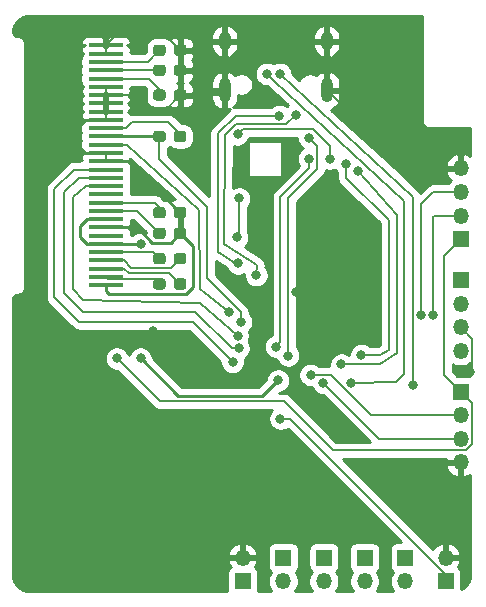
<source format=gbr>
%TF.GenerationSoftware,KiCad,Pcbnew,(5.1.6-0-10_14)*%
%TF.CreationDate,2020-11-30T17:01:27+08:00*%
%TF.ProjectId,Quadrotor,51756164-726f-4746-9f72-2e6b69636164,rev?*%
%TF.SameCoordinates,Original*%
%TF.FileFunction,Copper,L2,Bot*%
%TF.FilePolarity,Positive*%
%FSLAX46Y46*%
G04 Gerber Fmt 4.6, Leading zero omitted, Abs format (unit mm)*
G04 Created by KiCad (PCBNEW (5.1.6-0-10_14)) date 2020-11-30 17:01:27*
%MOMM*%
%LPD*%
G01*
G04 APERTURE LIST*
%TA.AperFunction,SMDPad,CuDef*%
%ADD10R,3.000000X0.400000*%
%TD*%
%TA.AperFunction,ComponentPad*%
%ADD11O,1.350000X1.350000*%
%TD*%
%TA.AperFunction,ComponentPad*%
%ADD12R,1.350000X1.350000*%
%TD*%
%TA.AperFunction,ComponentPad*%
%ADD13O,1.000000X1.600000*%
%TD*%
%TA.AperFunction,ComponentPad*%
%ADD14O,1.000000X2.100000*%
%TD*%
%TA.AperFunction,ViaPad*%
%ADD15C,0.800000*%
%TD*%
%TA.AperFunction,Conductor*%
%ADD16C,0.200000*%
%TD*%
%TA.AperFunction,Conductor*%
%ADD17C,0.250000*%
%TD*%
%TA.AperFunction,Conductor*%
%ADD18C,0.254000*%
%TD*%
G04 APERTURE END LIST*
D10*
%TO.P,J13,30*%
%TO.N,Earth*%
X108500000Y-103150000D03*
%TO.P,J13,29*%
X108500000Y-103850000D03*
%TO.P,J13,28*%
%TO.N,Net-(C28-Pad2)*%
X108500000Y-104550000D03*
%TO.P,J13,27*%
%TO.N,Net-(C29-Pad2)*%
X108500000Y-105250000D03*
%TO.P,J13,26*%
%TO.N,Net-(J13-Pad26)*%
X108500000Y-105950000D03*
%TO.P,J13,25*%
%TO.N,Earth*%
X108500000Y-106650000D03*
%TO.P,J13,24*%
X108500000Y-107350000D03*
%TO.P,J13,23*%
X108500000Y-108050000D03*
%TO.P,J13,22*%
X108500000Y-108750000D03*
%TO.P,J13,21*%
X108500000Y-109450000D03*
%TO.P,J13,20*%
%TO.N,Net-(J13-Pad20)*%
X108500000Y-110150000D03*
%TO.P,J13,19*%
%TO.N,/OLED_MOSI*%
X108500000Y-110850000D03*
%TO.P,J13,18*%
%TO.N,/OLED_SCK*%
X108500000Y-111550000D03*
%TO.P,J13,17*%
%TO.N,Earth*%
X108500000Y-112250000D03*
%TO.P,J13,16*%
X108500000Y-112950000D03*
%TO.P,J13,15*%
%TO.N,/OLED_DC*%
X108500000Y-113650000D03*
%TO.P,J13,14*%
%TO.N,/OLED_RES*%
X108500000Y-114350000D03*
%TO.P,J13,13*%
%TO.N,/OLED_CS*%
X108500000Y-115050000D03*
%TO.P,J13,12*%
%TO.N,N/C*%
X108500000Y-115750000D03*
%TO.P,J13,11*%
%TO.N,Net-(J13-Pad11)*%
X108500000Y-116450000D03*
%TO.P,J13,10*%
%TO.N,Net-(J13-Pad10)*%
X108500000Y-117150000D03*
%TO.P,J13,9*%
%TO.N,/+3.3V*%
X108500000Y-117850000D03*
%TO.P,J13,8*%
%TO.N,Earth*%
X108500000Y-118550000D03*
%TO.P,J13,7*%
%TO.N,N/C*%
X108500000Y-119250000D03*
%TO.P,J13,6*%
%TO.N,/+3.3V*%
X108500000Y-119950000D03*
%TO.P,J13,5*%
%TO.N,Net-(C27-Pad1)*%
X108500000Y-120650000D03*
%TO.P,J13,4*%
%TO.N,Net-(C27-Pad2)*%
X108500000Y-121350000D03*
%TO.P,J13,3*%
%TO.N,Net-(C26-Pad1)*%
X108500000Y-122050000D03*
%TO.P,J13,2*%
%TO.N,Net-(C26-Pad2)*%
X108500000Y-122750000D03*
%TO.P,J13,1*%
%TO.N,Earth*%
X108500000Y-123450000D03*
%TD*%
D11*
%TO.P,J4,2*%
%TO.N,Earth*%
X120100000Y-146500000D03*
D12*
%TO.P,J4,1*%
%TO.N,+BATT*%
X120100000Y-148500000D03*
%TD*%
%TO.P,R14,2*%
%TO.N,Net-(J13-Pad11)*%
%TA.AperFunction,SMDPad,CuDef*%
G36*
G01*
X113575000Y-117062500D02*
X113575000Y-117537500D01*
G75*
G02*
X113337500Y-117775000I-237500J0D01*
G01*
X112762500Y-117775000D01*
G75*
G02*
X112525000Y-117537500I0J237500D01*
G01*
X112525000Y-117062500D01*
G75*
G02*
X112762500Y-116825000I237500J0D01*
G01*
X113337500Y-116825000D01*
G75*
G02*
X113575000Y-117062500I0J-237500D01*
G01*
G37*
%TD.AperFunction*%
%TO.P,R14,1*%
%TO.N,Earth*%
%TA.AperFunction,SMDPad,CuDef*%
G36*
G01*
X115325000Y-117062500D02*
X115325000Y-117537500D01*
G75*
G02*
X115087500Y-117775000I-237500J0D01*
G01*
X114512500Y-117775000D01*
G75*
G02*
X114275000Y-117537500I0J237500D01*
G01*
X114275000Y-117062500D01*
G75*
G02*
X114512500Y-116825000I237500J0D01*
G01*
X115087500Y-116825000D01*
G75*
G02*
X115325000Y-117062500I0J-237500D01*
G01*
G37*
%TD.AperFunction*%
%TD*%
%TO.P,R13,2*%
%TO.N,Net-(J13-Pad10)*%
%TA.AperFunction,SMDPad,CuDef*%
G36*
G01*
X113575000Y-118812500D02*
X113575000Y-119287500D01*
G75*
G02*
X113337500Y-119525000I-237500J0D01*
G01*
X112762500Y-119525000D01*
G75*
G02*
X112525000Y-119287500I0J237500D01*
G01*
X112525000Y-118812500D01*
G75*
G02*
X112762500Y-118575000I237500J0D01*
G01*
X113337500Y-118575000D01*
G75*
G02*
X113575000Y-118812500I0J-237500D01*
G01*
G37*
%TD.AperFunction*%
%TO.P,R13,1*%
%TO.N,Earth*%
%TA.AperFunction,SMDPad,CuDef*%
G36*
G01*
X115325000Y-118812500D02*
X115325000Y-119287500D01*
G75*
G02*
X115087500Y-119525000I-237500J0D01*
G01*
X114512500Y-119525000D01*
G75*
G02*
X114275000Y-119287500I0J237500D01*
G01*
X114275000Y-118812500D01*
G75*
G02*
X114512500Y-118575000I237500J0D01*
G01*
X115087500Y-118575000D01*
G75*
G02*
X115325000Y-118812500I0J-237500D01*
G01*
G37*
%TD.AperFunction*%
%TD*%
%TO.P,R12,2*%
%TO.N,Net-(J13-Pad26)*%
%TA.AperFunction,SMDPad,CuDef*%
G36*
G01*
X113575000Y-107112500D02*
X113575000Y-107587500D01*
G75*
G02*
X113337500Y-107825000I-237500J0D01*
G01*
X112762500Y-107825000D01*
G75*
G02*
X112525000Y-107587500I0J237500D01*
G01*
X112525000Y-107112500D01*
G75*
G02*
X112762500Y-106875000I237500J0D01*
G01*
X113337500Y-106875000D01*
G75*
G02*
X113575000Y-107112500I0J-237500D01*
G01*
G37*
%TD.AperFunction*%
%TO.P,R12,1*%
%TO.N,Earth*%
%TA.AperFunction,SMDPad,CuDef*%
G36*
G01*
X115325000Y-107112500D02*
X115325000Y-107587500D01*
G75*
G02*
X115087500Y-107825000I-237500J0D01*
G01*
X114512500Y-107825000D01*
G75*
G02*
X114275000Y-107587500I0J237500D01*
G01*
X114275000Y-107112500D01*
G75*
G02*
X114512500Y-106875000I237500J0D01*
G01*
X115087500Y-106875000D01*
G75*
G02*
X115325000Y-107112500I0J-237500D01*
G01*
G37*
%TD.AperFunction*%
%TD*%
%TO.P,R11,2*%
%TO.N,Net-(J13-Pad20)*%
%TA.AperFunction,SMDPad,CuDef*%
G36*
G01*
X114275000Y-111087500D02*
X114275000Y-110612500D01*
G75*
G02*
X114512500Y-110375000I237500J0D01*
G01*
X115087500Y-110375000D01*
G75*
G02*
X115325000Y-110612500I0J-237500D01*
G01*
X115325000Y-111087500D01*
G75*
G02*
X115087500Y-111325000I-237500J0D01*
G01*
X114512500Y-111325000D01*
G75*
G02*
X114275000Y-111087500I0J237500D01*
G01*
G37*
%TD.AperFunction*%
%TO.P,R11,1*%
%TO.N,/OLED_MOSI*%
%TA.AperFunction,SMDPad,CuDef*%
G36*
G01*
X112525000Y-111087500D02*
X112525000Y-110612500D01*
G75*
G02*
X112762500Y-110375000I237500J0D01*
G01*
X113337500Y-110375000D01*
G75*
G02*
X113575000Y-110612500I0J-237500D01*
G01*
X113575000Y-111087500D01*
G75*
G02*
X113337500Y-111325000I-237500J0D01*
G01*
X112762500Y-111325000D01*
G75*
G02*
X112525000Y-111087500I0J237500D01*
G01*
G37*
%TD.AperFunction*%
%TD*%
D11*
%TO.P,J10,4*%
%TO.N,Earth*%
X138550000Y-138450000D03*
%TO.P,J10,3*%
%TO.N,/PWM4*%
X138550000Y-136450000D03*
%TO.P,J10,2*%
%TO.N,/PWM3*%
X138550000Y-134450000D03*
D12*
%TO.P,J10,1*%
%TO.N,+5V*%
X138550000Y-132450000D03*
%TD*%
D11*
%TO.P,J9,4*%
%TO.N,Earth*%
X138550000Y-113550000D03*
%TO.P,J9,3*%
%TO.N,/PWM2*%
X138550000Y-115550000D03*
%TO.P,J9,2*%
%TO.N,/PWM1*%
X138550000Y-117550000D03*
D12*
%TO.P,J9,1*%
%TO.N,+5V*%
X138550000Y-119550000D03*
%TD*%
D11*
%TO.P,J8,4*%
%TO.N,/+3.3V*%
X138550000Y-129000000D03*
%TO.P,J8,3*%
%TO.N,Earth*%
X138550000Y-127000000D03*
%TO.P,J8,2*%
%TO.N,/VL53_SCL*%
X138550000Y-125000000D03*
D12*
%TO.P,J8,1*%
%TO.N,/VL53_SDA*%
X138550000Y-123000000D03*
%TD*%
D11*
%TO.P,J7,2*%
%TO.N,Earth*%
X137300000Y-146500000D03*
D12*
%TO.P,J7,1*%
%TO.N,/LED1*%
X137300000Y-148500000D03*
%TD*%
D11*
%TO.P,J6,2*%
%TO.N,+BATT*%
X133860000Y-148500000D03*
D12*
%TO.P,J6,1*%
%TO.N,Net-(D6-Pad2)*%
X133860000Y-146500000D03*
%TD*%
D11*
%TO.P,J5,2*%
%TO.N,+BATT*%
X126980000Y-148500000D03*
D12*
%TO.P,J5,1*%
%TO.N,Net-(D5-Pad2)*%
X126980000Y-146500000D03*
%TD*%
D11*
%TO.P,J3,2*%
%TO.N,+BATT*%
X130420000Y-148500000D03*
D12*
%TO.P,J3,1*%
%TO.N,Net-(D4-Pad2)*%
X130420000Y-146500000D03*
%TD*%
D11*
%TO.P,J2,2*%
%TO.N,+BATT*%
X123540000Y-148500000D03*
D12*
%TO.P,J2,1*%
%TO.N,Net-(D3-Pad2)*%
X123540000Y-146500000D03*
%TD*%
D13*
%TO.P,J1,S1*%
%TO.N,Earth*%
X118580000Y-102775000D03*
X127220000Y-102775000D03*
D14*
X118580000Y-106955000D03*
X127220000Y-106955000D03*
%TD*%
%TO.P,C29,2*%
%TO.N,Net-(C29-Pad2)*%
%TA.AperFunction,SMDPad,CuDef*%
G36*
G01*
X113575000Y-105012500D02*
X113575000Y-105487500D01*
G75*
G02*
X113337500Y-105725000I-237500J0D01*
G01*
X112762500Y-105725000D01*
G75*
G02*
X112525000Y-105487500I0J237500D01*
G01*
X112525000Y-105012500D01*
G75*
G02*
X112762500Y-104775000I237500J0D01*
G01*
X113337500Y-104775000D01*
G75*
G02*
X113575000Y-105012500I0J-237500D01*
G01*
G37*
%TD.AperFunction*%
%TO.P,C29,1*%
%TO.N,Earth*%
%TA.AperFunction,SMDPad,CuDef*%
G36*
G01*
X115325000Y-105012500D02*
X115325000Y-105487500D01*
G75*
G02*
X115087500Y-105725000I-237500J0D01*
G01*
X114512500Y-105725000D01*
G75*
G02*
X114275000Y-105487500I0J237500D01*
G01*
X114275000Y-105012500D01*
G75*
G02*
X114512500Y-104775000I237500J0D01*
G01*
X115087500Y-104775000D01*
G75*
G02*
X115325000Y-105012500I0J-237500D01*
G01*
G37*
%TD.AperFunction*%
%TD*%
%TO.P,C28,2*%
%TO.N,Net-(C28-Pad2)*%
%TA.AperFunction,SMDPad,CuDef*%
G36*
G01*
X113575000Y-103312500D02*
X113575000Y-103787500D01*
G75*
G02*
X113337500Y-104025000I-237500J0D01*
G01*
X112762500Y-104025000D01*
G75*
G02*
X112525000Y-103787500I0J237500D01*
G01*
X112525000Y-103312500D01*
G75*
G02*
X112762500Y-103075000I237500J0D01*
G01*
X113337500Y-103075000D01*
G75*
G02*
X113575000Y-103312500I0J-237500D01*
G01*
G37*
%TD.AperFunction*%
%TO.P,C28,1*%
%TO.N,Earth*%
%TA.AperFunction,SMDPad,CuDef*%
G36*
G01*
X115325000Y-103312500D02*
X115325000Y-103787500D01*
G75*
G02*
X115087500Y-104025000I-237500J0D01*
G01*
X114512500Y-104025000D01*
G75*
G02*
X114275000Y-103787500I0J237500D01*
G01*
X114275000Y-103312500D01*
G75*
G02*
X114512500Y-103075000I237500J0D01*
G01*
X115087500Y-103075000D01*
G75*
G02*
X115325000Y-103312500I0J-237500D01*
G01*
G37*
%TD.AperFunction*%
%TD*%
%TO.P,C27,2*%
%TO.N,Net-(C27-Pad2)*%
%TA.AperFunction,SMDPad,CuDef*%
G36*
G01*
X114275000Y-121437500D02*
X114275000Y-120962500D01*
G75*
G02*
X114512500Y-120725000I237500J0D01*
G01*
X115087500Y-120725000D01*
G75*
G02*
X115325000Y-120962500I0J-237500D01*
G01*
X115325000Y-121437500D01*
G75*
G02*
X115087500Y-121675000I-237500J0D01*
G01*
X114512500Y-121675000D01*
G75*
G02*
X114275000Y-121437500I0J237500D01*
G01*
G37*
%TD.AperFunction*%
%TO.P,C27,1*%
%TO.N,Net-(C27-Pad1)*%
%TA.AperFunction,SMDPad,CuDef*%
G36*
G01*
X112525000Y-121437500D02*
X112525000Y-120962500D01*
G75*
G02*
X112762500Y-120725000I237500J0D01*
G01*
X113337500Y-120725000D01*
G75*
G02*
X113575000Y-120962500I0J-237500D01*
G01*
X113575000Y-121437500D01*
G75*
G02*
X113337500Y-121675000I-237500J0D01*
G01*
X112762500Y-121675000D01*
G75*
G02*
X112525000Y-121437500I0J237500D01*
G01*
G37*
%TD.AperFunction*%
%TD*%
%TO.P,C26,2*%
%TO.N,Net-(C26-Pad2)*%
%TA.AperFunction,SMDPad,CuDef*%
G36*
G01*
X113575000Y-123112500D02*
X113575000Y-123587500D01*
G75*
G02*
X113337500Y-123825000I-237500J0D01*
G01*
X112762500Y-123825000D01*
G75*
G02*
X112525000Y-123587500I0J237500D01*
G01*
X112525000Y-123112500D01*
G75*
G02*
X112762500Y-122875000I237500J0D01*
G01*
X113337500Y-122875000D01*
G75*
G02*
X113575000Y-123112500I0J-237500D01*
G01*
G37*
%TD.AperFunction*%
%TO.P,C26,1*%
%TO.N,Net-(C26-Pad1)*%
%TA.AperFunction,SMDPad,CuDef*%
G36*
G01*
X115325000Y-123112500D02*
X115325000Y-123587500D01*
G75*
G02*
X115087500Y-123825000I-237500J0D01*
G01*
X114512500Y-123825000D01*
G75*
G02*
X114275000Y-123587500I0J237500D01*
G01*
X114275000Y-123112500D01*
G75*
G02*
X114512500Y-122875000I237500J0D01*
G01*
X115087500Y-122875000D01*
G75*
G02*
X115325000Y-123112500I0J-237500D01*
G01*
G37*
%TD.AperFunction*%
%TD*%
D15*
%TO.N,Earth*%
X131250000Y-119350000D03*
X131300000Y-123750000D03*
X124650000Y-123982221D03*
X126800000Y-123300000D03*
X114800000Y-119050000D03*
X112500000Y-127300000D03*
X115450000Y-129650000D03*
X139375000Y-130800000D03*
%TO.N,/+3.3V*%
X119800000Y-116100000D03*
X119625000Y-119400000D03*
X111450000Y-119950000D03*
X123100000Y-131500000D03*
X111450000Y-129650000D03*
X119669975Y-110669975D03*
X127475000Y-112725000D03*
%TO.N,+5V*%
X109450000Y-129650000D03*
%TO.N,/USART2_RX*%
X124600000Y-109000000D03*
X121250000Y-122600000D03*
%TO.N,/USART2_TX*%
X119700000Y-121600000D03*
X123200000Y-109100000D03*
%TO.N,/SWCLK*%
X134500000Y-131900000D03*
X123250000Y-105550000D03*
%TO.N,/SWIO*%
X129250000Y-131700000D03*
X122150000Y-105550000D03*
%TO.N,/LED1*%
X123300000Y-134750000D03*
%TO.N,/PWM2*%
X135200000Y-125950000D03*
%TO.N,/PWM1*%
X136200003Y-125950000D03*
%TO.N,/PWM4*%
X126936048Y-131747901D03*
%TO.N,/PWM3*%
X125850000Y-131047901D03*
%TO.N,/OLED_MOSI*%
X119950000Y-126550000D03*
%TO.N,/OLED_SCK*%
X118950000Y-125750000D03*
%TO.N,/OLED_DC*%
X119250000Y-129950000D03*
%TO.N,/OLED_RES*%
X119753766Y-128783967D03*
%TO.N,/OLED_CS*%
X119669891Y-127713487D03*
%TO.N,/MPU_SDA*%
X125725000Y-110950000D03*
X123950000Y-129400000D03*
%TO.N,/MPU_SCL*%
X125725000Y-112725000D03*
X122900000Y-128650000D03*
%TO.N,/BLE_TX*%
X130150000Y-129350000D03*
X128849999Y-113199999D03*
%TO.N,/BLE_RX*%
X128450000Y-130150000D03*
X129850000Y-113800000D03*
%TD*%
D16*
%TO.N,Earth*%
X108500000Y-103150000D02*
X108500000Y-103850000D01*
X108500000Y-106650000D02*
X108500000Y-109450000D01*
X108500000Y-112250000D02*
X108500000Y-112950000D01*
X108500000Y-107350000D02*
X110550000Y-107350000D01*
X110550000Y-107350000D02*
X111950000Y-108750000D01*
X113400000Y-108750000D02*
X114800000Y-107350000D01*
X111950000Y-108750000D02*
X113400000Y-108750000D01*
X114800000Y-103550000D02*
X114800000Y-107350000D01*
X114800000Y-103550000D02*
X113550000Y-102300000D01*
X109350000Y-102300000D02*
X108500000Y-103150000D01*
X113550000Y-102300000D02*
X109350000Y-102300000D01*
X118185000Y-107350000D02*
X118580000Y-106955000D01*
X114800000Y-107350000D02*
X118185000Y-107350000D01*
X133815000Y-113550000D02*
X127220000Y-106955000D01*
X138550000Y-113550000D02*
X133815000Y-113550000D01*
D17*
X131250000Y-123700000D02*
X131300000Y-123750000D01*
X131250000Y-119350000D02*
X131250000Y-123700000D01*
X114800000Y-117300000D02*
X114800000Y-119050000D01*
X110450000Y-112950000D02*
X108500000Y-112950000D01*
X114800000Y-117300000D02*
X110450000Y-112950000D01*
X106750000Y-109450000D02*
X106050000Y-110150000D01*
X108500000Y-109450000D02*
X106750000Y-109450000D01*
X106750000Y-112250000D02*
X108500000Y-112250000D01*
X106050000Y-111550000D02*
X106750000Y-112250000D01*
X106050000Y-110150000D02*
X106050000Y-111550000D01*
X126800000Y-123300000D02*
X125367779Y-123982221D01*
X130850000Y-123300000D02*
X131300000Y-123750000D01*
X125367779Y-123982221D02*
X124650000Y-123982221D01*
X126800000Y-123300000D02*
X130850000Y-123300000D01*
X113999990Y-119850010D02*
X114800000Y-119050000D01*
X112423012Y-119850010D02*
X113999990Y-119850010D01*
X111123002Y-118550000D02*
X112423012Y-119850010D01*
X108500000Y-118550000D02*
X111123002Y-118550000D01*
X108750010Y-124150010D02*
X115320500Y-124150010D01*
X108500000Y-123900000D02*
X108750010Y-124150010D01*
X115320500Y-124150010D02*
X115850000Y-123620510D01*
X108500000Y-123450000D02*
X108500000Y-123900000D01*
X115850000Y-120100000D02*
X114800000Y-119050000D01*
X115850000Y-123620510D02*
X115850000Y-120100000D01*
X114850000Y-129650000D02*
X115450000Y-129650000D01*
X112500000Y-127300000D02*
X114850000Y-129650000D01*
D16*
X139525001Y-127975001D02*
X138550000Y-127000000D01*
X139525001Y-130649999D02*
X139525001Y-127975001D01*
X139375000Y-130800000D02*
X139525001Y-130649999D01*
%TO.N,/+3.3V*%
X119800000Y-119225000D02*
X119625000Y-119400000D01*
X119800000Y-116100000D02*
X119800000Y-119225000D01*
X108500000Y-119950000D02*
X110200000Y-119950000D01*
D17*
X111450000Y-119950000D02*
X108500000Y-119950000D01*
X108500000Y-117850000D02*
X106900000Y-117850000D01*
X106900000Y-117850000D02*
X106350000Y-118400000D01*
X106350000Y-119385002D02*
X106914998Y-119950000D01*
X106914998Y-119950000D02*
X108500000Y-119950000D01*
X106350000Y-118400000D02*
X106350000Y-119385002D01*
X123100000Y-131500000D02*
X121750000Y-132850000D01*
X114650000Y-132850000D02*
X111450000Y-129650000D01*
X121750000Y-132850000D02*
X114650000Y-132850000D01*
D16*
X127475000Y-111663998D02*
X127475000Y-112725000D01*
X126061001Y-110249999D02*
X127475000Y-111663998D01*
X120089951Y-110249999D02*
X126061001Y-110249999D01*
X119669975Y-110669975D02*
X120089951Y-110249999D01*
%TO.N,+5V*%
X138550000Y-132450000D02*
X137150000Y-131050000D01*
X137150000Y-120950000D02*
X138550000Y-119550000D01*
X137150000Y-131050000D02*
X137150000Y-120950000D01*
X113075010Y-133275010D02*
X109450000Y-129650000D01*
X123576064Y-133275010D02*
X113075010Y-133275010D01*
X139525001Y-136918001D02*
X139018001Y-137425001D01*
X139018001Y-137425001D02*
X127726055Y-137425001D01*
X139525001Y-133425001D02*
X139525001Y-136918001D01*
X127726055Y-137425001D02*
X123576064Y-133275010D01*
X138550000Y-132450000D02*
X139525001Y-133425001D01*
%TO.N,Net-(C26-Pad2)*%
X108699999Y-122949999D02*
X108500000Y-122750000D01*
X112649999Y-122949999D02*
X108699999Y-122949999D01*
X113050000Y-123350000D02*
X112649999Y-122949999D01*
%TO.N,Net-(C26-Pad1)*%
X110040002Y-122050000D02*
X110440002Y-122450000D01*
X108500000Y-122050000D02*
X110040002Y-122050000D01*
X113900000Y-122450000D02*
X114800000Y-123350000D01*
X110440002Y-122450000D02*
X113900000Y-122450000D01*
%TO.N,Net-(C27-Pad2)*%
X110040002Y-121350000D02*
X108500000Y-121350000D01*
X110665012Y-121975010D02*
X110040002Y-121350000D01*
X114024990Y-121975010D02*
X110665012Y-121975010D01*
X114800000Y-121200000D02*
X114024990Y-121975010D01*
%TO.N,Net-(C27-Pad1)*%
X112500000Y-120650000D02*
X108500000Y-120650000D01*
X113050000Y-121200000D02*
X112500000Y-120650000D01*
%TO.N,Net-(C28-Pad2)*%
X112050000Y-104550000D02*
X108500000Y-104550000D01*
X113050000Y-103550000D02*
X112050000Y-104550000D01*
%TO.N,Net-(C29-Pad2)*%
X113050000Y-105250000D02*
X108500000Y-105250000D01*
%TO.N,/USART2_RX*%
X121300000Y-121750000D02*
X121250000Y-122600000D01*
X118550000Y-119950000D02*
X121300000Y-121750000D01*
X118600000Y-110750000D02*
X118550000Y-119950000D01*
X119549999Y-109800001D02*
X118600000Y-110750000D01*
X123799999Y-109800001D02*
X119549999Y-109800001D01*
X124600000Y-109000000D02*
X123799999Y-109800001D01*
%TO.N,/USART2_TX*%
X119450000Y-121600000D02*
X119700000Y-121600000D01*
X119500000Y-109100000D02*
X118000000Y-110600000D01*
X118000000Y-120600000D02*
X119450000Y-121600000D01*
X118000000Y-110600000D02*
X118000000Y-120600000D01*
X123200000Y-109100000D02*
X119500000Y-109100000D01*
%TO.N,/SWCLK*%
X134500000Y-115950000D02*
X134500000Y-131900000D01*
X123250000Y-105550000D02*
X134500000Y-115950000D01*
%TO.N,/SWIO*%
X133050000Y-131650000D02*
X129250000Y-131700000D01*
X133750000Y-116350000D02*
X133750000Y-130950000D01*
X133750000Y-130950000D02*
X133050000Y-131650000D01*
X122150000Y-105550000D02*
X122750000Y-106113998D01*
X122750000Y-106113998D02*
X133750000Y-116350000D01*
%TO.N,/LED1*%
X137300000Y-147943002D02*
X137300000Y-148500000D01*
X124106998Y-134750000D02*
X137300000Y-147943002D01*
X123300000Y-134750000D02*
X124106998Y-134750000D01*
%TO.N,/PWM2*%
X135200000Y-125950000D02*
X135200000Y-116600000D01*
X136250000Y-115550000D02*
X138550000Y-115550000D01*
X135200000Y-116600000D02*
X136250000Y-115550000D01*
%TO.N,/PWM1*%
X138550000Y-117550000D02*
X136300000Y-117550000D01*
X136200003Y-117649997D02*
X136200003Y-125950000D01*
X136300000Y-117550000D02*
X136200003Y-117649997D01*
%TO.N,/PWM4*%
X131638147Y-136450000D02*
X138550000Y-136450000D01*
X126936048Y-131747901D02*
X131638147Y-136450000D01*
%TO.N,/PWM3*%
X130963998Y-134450000D02*
X138550000Y-134450000D01*
X127561899Y-131047901D02*
X130963998Y-134450000D01*
X125850000Y-131047901D02*
X127561899Y-131047901D01*
%TO.N,Net-(J13-Pad26)*%
X112125000Y-105950000D02*
X108500000Y-105950000D01*
X113050000Y-106875000D02*
X112125000Y-105950000D01*
X113050000Y-107350000D02*
X113050000Y-106875000D01*
%TO.N,Net-(J13-Pad20)*%
X114800000Y-110850000D02*
X114800000Y-110650000D01*
X114800000Y-110650000D02*
X113800000Y-109650000D01*
X110200000Y-110150000D02*
X108500000Y-110150000D01*
X110700000Y-109650000D02*
X110200000Y-110150000D01*
X113800000Y-109650000D02*
X110700000Y-109650000D01*
%TO.N,/OLED_MOSI*%
X119950000Y-125713998D02*
X117100000Y-122863998D01*
X119950000Y-126550000D02*
X119950000Y-125713998D01*
X113050000Y-112734301D02*
X113050000Y-110850000D01*
X117100000Y-116784301D02*
X113050000Y-112734301D01*
X117100000Y-122863998D02*
X117100000Y-116784301D01*
D17*
X113050000Y-110850000D02*
X108500000Y-110850000D01*
D16*
%TO.N,/OLED_SCK*%
X116400000Y-117050000D02*
X116450000Y-123750000D01*
X110335156Y-111550000D02*
X116400000Y-117050000D01*
X116450000Y-123750000D02*
X118950000Y-125750000D01*
X108500000Y-111550000D02*
X110335156Y-111550000D01*
%TO.N,/OLED_DC*%
X108500000Y-113650000D02*
X105800000Y-113650000D01*
X105800000Y-113650000D02*
X104150000Y-115300000D01*
X104150000Y-115300000D02*
X104150000Y-124450000D01*
X104150000Y-124450000D02*
X106250000Y-126550000D01*
X115850000Y-126550000D02*
X119250000Y-129950000D01*
X106250000Y-126550000D02*
X115850000Y-126550000D01*
%TO.N,/OLED_RES*%
X106200000Y-114350000D02*
X108500000Y-114350000D01*
X105000000Y-115550000D02*
X106200000Y-114350000D01*
X116050000Y-125700000D02*
X106600000Y-125700000D01*
X119188081Y-128783967D02*
X116050000Y-125700000D01*
X105000000Y-124100000D02*
X105000000Y-115550000D01*
X106600000Y-125700000D02*
X105000000Y-124100000D01*
X119753766Y-128783967D02*
X119188081Y-128783967D01*
%TO.N,/OLED_CS*%
X105700000Y-115950000D02*
X106800000Y-115050000D01*
X105700000Y-123750000D02*
X105700000Y-115950000D01*
X106800000Y-115050000D02*
X108500000Y-115050000D01*
X106600000Y-124700000D02*
X105700000Y-123750000D01*
X116500000Y-124950000D02*
X106600000Y-124700000D01*
X119669891Y-127713487D02*
X116500000Y-124950000D01*
%TO.N,Net-(J13-Pad11)*%
X112675000Y-116450000D02*
X108500000Y-116450000D01*
X113050000Y-116825000D02*
X112675000Y-116450000D01*
X113050000Y-117300000D02*
X113050000Y-116825000D01*
%TO.N,Net-(J13-Pad10)*%
X111150000Y-117150000D02*
X108500000Y-117150000D01*
X113050000Y-119050000D02*
X111150000Y-117150000D01*
%TO.N,/MPU_SDA*%
X126425001Y-111650001D02*
X126425001Y-113624999D01*
X125725000Y-110950000D02*
X126425001Y-111650001D01*
X123950000Y-116100000D02*
X123950000Y-129400000D01*
X126425001Y-113624999D02*
X123950000Y-116100000D01*
%TO.N,/MPU_SCL*%
X125725000Y-112725000D02*
X125725000Y-113525000D01*
X125725000Y-113525000D02*
X123300000Y-115950000D01*
X123300000Y-128250000D02*
X122900000Y-128650000D01*
X123300000Y-115950000D02*
X123300000Y-128250000D01*
%TO.N,/BLE_TX*%
X132450000Y-128900000D02*
X131750000Y-129350000D01*
X132450000Y-117900000D02*
X132450000Y-128900000D01*
X131750000Y-129350000D02*
X130150000Y-129350000D01*
X128850000Y-114400000D02*
X132450000Y-117900000D01*
X128849999Y-113199999D02*
X128850000Y-114400000D01*
%TO.N,/BLE_RX*%
X131750000Y-130150000D02*
X128450000Y-130150000D01*
X133150000Y-117503948D02*
X133150000Y-129200000D01*
X129850000Y-113800000D02*
X133150000Y-117503948D01*
X133150000Y-129200000D02*
X131750000Y-130150000D01*
%TD*%
D18*
%TO.N,Earth*%
G36*
X135240000Y-109467581D02*
G01*
X135236807Y-109500000D01*
X135249550Y-109629383D01*
X135287290Y-109753793D01*
X135348575Y-109868450D01*
X135395506Y-109925635D01*
X135431052Y-109968948D01*
X135531550Y-110051425D01*
X135646207Y-110112710D01*
X135770617Y-110150450D01*
X135900000Y-110163193D01*
X135932419Y-110160000D01*
X139340000Y-110160000D01*
X139340000Y-112505083D01*
X139339537Y-112504656D01*
X139120430Y-112370711D01*
X138879401Y-112282085D01*
X138677000Y-112404915D01*
X138677000Y-113423000D01*
X138697000Y-113423000D01*
X138697000Y-113677000D01*
X138677000Y-113677000D01*
X138677000Y-113697000D01*
X138423000Y-113697000D01*
X138423000Y-113677000D01*
X137405776Y-113677000D01*
X137282090Y-113879400D01*
X137312762Y-113980528D01*
X137420527Y-114213629D01*
X137571697Y-114421227D01*
X137704060Y-114543319D01*
X137532456Y-114714923D01*
X137465587Y-114815000D01*
X136286094Y-114815000D01*
X136249999Y-114811445D01*
X136213904Y-114815000D01*
X136213895Y-114815000D01*
X136105915Y-114825635D01*
X135967367Y-114867663D01*
X135839680Y-114935913D01*
X135727762Y-115027762D01*
X135704746Y-115055807D01*
X135151884Y-115608670D01*
X135141418Y-115590812D01*
X135114087Y-115539680D01*
X135104864Y-115528442D01*
X135097516Y-115515904D01*
X135059007Y-115472566D01*
X135022237Y-115427762D01*
X134983038Y-115395592D01*
X132630283Y-113220600D01*
X137282090Y-113220600D01*
X137405776Y-113423000D01*
X138423000Y-113423000D01*
X138423000Y-112404915D01*
X138220599Y-112282085D01*
X137979570Y-112370711D01*
X137760463Y-112504656D01*
X137571697Y-112678773D01*
X137420527Y-112886371D01*
X137312762Y-113119472D01*
X137282090Y-113220600D01*
X132630283Y-113220600D01*
X127600605Y-108570943D01*
X127744976Y-108519276D01*
X127932764Y-108397369D01*
X128093161Y-108241169D01*
X128220003Y-108056678D01*
X128308415Y-107850987D01*
X128355000Y-107632000D01*
X128355000Y-107082000D01*
X127347000Y-107082000D01*
X127347000Y-107102000D01*
X127093000Y-107102000D01*
X127093000Y-107082000D01*
X127073000Y-107082000D01*
X127073000Y-106828000D01*
X127093000Y-106828000D01*
X127093000Y-105437046D01*
X127347000Y-105437046D01*
X127347000Y-106828000D01*
X128355000Y-106828000D01*
X128355000Y-106278000D01*
X128308415Y-106059013D01*
X128220003Y-105853322D01*
X128093161Y-105668831D01*
X127932764Y-105512631D01*
X127744976Y-105390724D01*
X127521874Y-105310881D01*
X127347000Y-105437046D01*
X127093000Y-105437046D01*
X126918126Y-105310881D01*
X126695024Y-105390724D01*
X126507236Y-105512631D01*
X126346839Y-105668831D01*
X126345117Y-105671335D01*
X126244731Y-105604259D01*
X126070022Y-105531892D01*
X125884552Y-105495000D01*
X125695448Y-105495000D01*
X125509978Y-105531892D01*
X125335269Y-105604259D01*
X125178036Y-105709319D01*
X125044319Y-105843036D01*
X124939259Y-106000269D01*
X124906189Y-106080106D01*
X124285000Y-105505851D01*
X124285000Y-105448061D01*
X124245226Y-105248102D01*
X124167205Y-105059744D01*
X124053937Y-104890226D01*
X123909774Y-104746063D01*
X123740256Y-104632795D01*
X123551898Y-104554774D01*
X123351939Y-104515000D01*
X123148061Y-104515000D01*
X122948102Y-104554774D01*
X122759744Y-104632795D01*
X122700000Y-104672715D01*
X122640256Y-104632795D01*
X122451898Y-104554774D01*
X122251939Y-104515000D01*
X122048061Y-104515000D01*
X121848102Y-104554774D01*
X121659744Y-104632795D01*
X121490226Y-104746063D01*
X121346063Y-104890226D01*
X121232795Y-105059744D01*
X121154774Y-105248102D01*
X121115000Y-105448061D01*
X121115000Y-105651939D01*
X121154774Y-105851898D01*
X121232795Y-106040256D01*
X121346063Y-106209774D01*
X121490226Y-106353937D01*
X121659744Y-106467205D01*
X121848102Y-106545226D01*
X122048061Y-106585000D01*
X122177932Y-106585000D01*
X122221643Y-106626088D01*
X122222867Y-106627475D01*
X122247839Y-106650713D01*
X122272898Y-106674268D01*
X122274375Y-106675406D01*
X123924949Y-108211340D01*
X123848056Y-108288233D01*
X123690256Y-108182795D01*
X123501898Y-108104774D01*
X123301939Y-108065000D01*
X123098061Y-108065000D01*
X122898102Y-108104774D01*
X122709744Y-108182795D01*
X122540226Y-108296063D01*
X122471289Y-108365000D01*
X119536094Y-108365000D01*
X119499999Y-108361445D01*
X119463904Y-108365000D01*
X119463895Y-108365000D01*
X119355915Y-108375635D01*
X119296608Y-108393626D01*
X119453161Y-108241169D01*
X119580003Y-108056678D01*
X119668415Y-107850987D01*
X119715000Y-107632000D01*
X119715000Y-107371904D01*
X119729978Y-107378108D01*
X119915448Y-107415000D01*
X120104552Y-107415000D01*
X120290022Y-107378108D01*
X120464731Y-107305741D01*
X120621964Y-107200681D01*
X120755681Y-107066964D01*
X120860741Y-106909731D01*
X120933108Y-106735022D01*
X120970000Y-106549552D01*
X120970000Y-106360448D01*
X120933108Y-106174978D01*
X120860741Y-106000269D01*
X120755681Y-105843036D01*
X120621964Y-105709319D01*
X120464731Y-105604259D01*
X120290022Y-105531892D01*
X120104552Y-105495000D01*
X119915448Y-105495000D01*
X119729978Y-105531892D01*
X119555269Y-105604259D01*
X119454883Y-105671335D01*
X119453161Y-105668831D01*
X119292764Y-105512631D01*
X119104976Y-105390724D01*
X118881874Y-105310881D01*
X118707000Y-105437046D01*
X118707000Y-106828000D01*
X118727000Y-106828000D01*
X118727000Y-107082000D01*
X118707000Y-107082000D01*
X118707000Y-108472954D01*
X118881874Y-108599119D01*
X119005763Y-108554782D01*
X118977762Y-108577762D01*
X118954746Y-108605807D01*
X117505808Y-110054746D01*
X117477762Y-110077763D01*
X117385913Y-110189681D01*
X117317663Y-110317368D01*
X117291157Y-110404747D01*
X117275635Y-110455915D01*
X117261444Y-110600000D01*
X117265000Y-110636105D01*
X117265001Y-115909855D01*
X113785000Y-112429855D01*
X113785000Y-111836327D01*
X113823942Y-111815512D01*
X113925000Y-111732575D01*
X114026058Y-111815512D01*
X114177433Y-111896423D01*
X114341684Y-111946248D01*
X114512500Y-111963072D01*
X115087500Y-111963072D01*
X115258316Y-111946248D01*
X115422567Y-111896423D01*
X115573942Y-111815512D01*
X115706623Y-111706623D01*
X115815512Y-111573942D01*
X115896423Y-111422567D01*
X115946248Y-111258316D01*
X115963072Y-111087500D01*
X115963072Y-110612500D01*
X115946248Y-110441684D01*
X115896423Y-110277433D01*
X115815512Y-110126058D01*
X115706623Y-109993377D01*
X115573942Y-109884488D01*
X115422567Y-109803577D01*
X115258316Y-109753752D01*
X115087500Y-109736928D01*
X114926375Y-109736928D01*
X114345258Y-109155812D01*
X114322238Y-109127762D01*
X114210320Y-109035913D01*
X114082633Y-108967663D01*
X113944085Y-108925635D01*
X113836105Y-108915000D01*
X113800000Y-108911444D01*
X113763895Y-108915000D01*
X110736105Y-108915000D01*
X110700000Y-108911444D01*
X110663895Y-108915000D01*
X110576826Y-108923576D01*
X110476250Y-108823000D01*
X110470709Y-108823000D01*
X110447227Y-108794891D01*
X110391542Y-108750000D01*
X110447227Y-108705109D01*
X110470709Y-108677000D01*
X110476250Y-108677000D01*
X110635000Y-108518250D01*
X110624701Y-108420057D01*
X110618425Y-108400000D01*
X110624701Y-108379943D01*
X110635000Y-108281750D01*
X110476250Y-108123000D01*
X110470709Y-108123000D01*
X110447227Y-108094891D01*
X110391542Y-108050000D01*
X110447227Y-108005109D01*
X110470709Y-107977000D01*
X110476250Y-107977000D01*
X110635000Y-107818250D01*
X110624701Y-107720057D01*
X110618425Y-107700000D01*
X110624701Y-107679943D01*
X110635000Y-107581750D01*
X110476250Y-107423000D01*
X110470709Y-107423000D01*
X110447227Y-107394891D01*
X110391542Y-107350000D01*
X110447227Y-107305109D01*
X110470709Y-107277000D01*
X110476250Y-107277000D01*
X110635000Y-107118250D01*
X110624701Y-107020057D01*
X110618425Y-107000000D01*
X110624701Y-106979943D01*
X110635000Y-106881750D01*
X110530252Y-106777002D01*
X110635000Y-106777002D01*
X110635000Y-106685000D01*
X111820554Y-106685000D01*
X111944130Y-106808576D01*
X111903752Y-106941684D01*
X111886928Y-107112500D01*
X111886928Y-107587500D01*
X111903752Y-107758316D01*
X111953577Y-107922567D01*
X112034488Y-108073942D01*
X112143377Y-108206623D01*
X112276058Y-108315512D01*
X112427433Y-108396423D01*
X112591684Y-108446248D01*
X112762500Y-108463072D01*
X113337500Y-108463072D01*
X113508316Y-108446248D01*
X113672567Y-108396423D01*
X113823942Y-108315512D01*
X113847839Y-108295901D01*
X113920506Y-108355537D01*
X114030820Y-108414502D01*
X114150518Y-108450812D01*
X114275000Y-108463072D01*
X114514250Y-108460000D01*
X114673000Y-108301250D01*
X114673000Y-107477000D01*
X114927000Y-107477000D01*
X114927000Y-108301250D01*
X115085750Y-108460000D01*
X115325000Y-108463072D01*
X115449482Y-108450812D01*
X115569180Y-108414502D01*
X115679494Y-108355537D01*
X115776185Y-108276185D01*
X115855537Y-108179494D01*
X115914502Y-108069180D01*
X115950812Y-107949482D01*
X115963072Y-107825000D01*
X115960000Y-107635750D01*
X115801250Y-107477000D01*
X114927000Y-107477000D01*
X114673000Y-107477000D01*
X114653000Y-107477000D01*
X114653000Y-107223000D01*
X114673000Y-107223000D01*
X114673000Y-106398750D01*
X114574250Y-106300000D01*
X114673000Y-106201250D01*
X114673000Y-105377000D01*
X114927000Y-105377000D01*
X114927000Y-106201250D01*
X115025750Y-106300000D01*
X114927000Y-106398750D01*
X114927000Y-107223000D01*
X115801250Y-107223000D01*
X115942250Y-107082000D01*
X117445000Y-107082000D01*
X117445000Y-107632000D01*
X117491585Y-107850987D01*
X117579997Y-108056678D01*
X117706839Y-108241169D01*
X117867236Y-108397369D01*
X118055024Y-108519276D01*
X118278126Y-108599119D01*
X118453000Y-108472954D01*
X118453000Y-107082000D01*
X117445000Y-107082000D01*
X115942250Y-107082000D01*
X115960000Y-107064250D01*
X115963072Y-106875000D01*
X115950812Y-106750518D01*
X115914502Y-106630820D01*
X115855537Y-106520506D01*
X115776185Y-106423815D01*
X115679494Y-106344463D01*
X115596311Y-106300000D01*
X115637469Y-106278000D01*
X117445000Y-106278000D01*
X117445000Y-106828000D01*
X118453000Y-106828000D01*
X118453000Y-105437046D01*
X118278126Y-105310881D01*
X118055024Y-105390724D01*
X117867236Y-105512631D01*
X117706839Y-105668831D01*
X117579997Y-105853322D01*
X117491585Y-106059013D01*
X117445000Y-106278000D01*
X115637469Y-106278000D01*
X115679494Y-106255537D01*
X115776185Y-106176185D01*
X115855537Y-106079494D01*
X115914502Y-105969180D01*
X115950812Y-105849482D01*
X115963072Y-105725000D01*
X115960000Y-105535750D01*
X115801250Y-105377000D01*
X114927000Y-105377000D01*
X114673000Y-105377000D01*
X114653000Y-105377000D01*
X114653000Y-105123000D01*
X114673000Y-105123000D01*
X114673000Y-103677000D01*
X114927000Y-103677000D01*
X114927000Y-105123000D01*
X115801250Y-105123000D01*
X115960000Y-104964250D01*
X115963072Y-104775000D01*
X115950812Y-104650518D01*
X115914502Y-104530820D01*
X115855537Y-104420506D01*
X115838708Y-104400000D01*
X115855537Y-104379494D01*
X115914502Y-104269180D01*
X115950812Y-104149482D01*
X115963072Y-104025000D01*
X115960000Y-103835750D01*
X115801250Y-103677000D01*
X114927000Y-103677000D01*
X114673000Y-103677000D01*
X114653000Y-103677000D01*
X114653000Y-103423000D01*
X114673000Y-103423000D01*
X114673000Y-102598750D01*
X114927000Y-102598750D01*
X114927000Y-103423000D01*
X115801250Y-103423000D01*
X115960000Y-103264250D01*
X115963072Y-103075000D01*
X115950812Y-102950518D01*
X115936095Y-102902000D01*
X117445000Y-102902000D01*
X117445000Y-103202000D01*
X117491585Y-103420987D01*
X117579997Y-103626678D01*
X117706839Y-103811169D01*
X117867236Y-103967369D01*
X118055024Y-104089276D01*
X118278126Y-104169119D01*
X118453000Y-104042954D01*
X118453000Y-102902000D01*
X118707000Y-102902000D01*
X118707000Y-104042954D01*
X118881874Y-104169119D01*
X119104976Y-104089276D01*
X119292764Y-103967369D01*
X119453161Y-103811169D01*
X119580003Y-103626678D01*
X119668415Y-103420987D01*
X119715000Y-103202000D01*
X119715000Y-102902000D01*
X126085000Y-102902000D01*
X126085000Y-103202000D01*
X126131585Y-103420987D01*
X126219997Y-103626678D01*
X126346839Y-103811169D01*
X126507236Y-103967369D01*
X126695024Y-104089276D01*
X126918126Y-104169119D01*
X127093000Y-104042954D01*
X127093000Y-102902000D01*
X127347000Y-102902000D01*
X127347000Y-104042954D01*
X127521874Y-104169119D01*
X127744976Y-104089276D01*
X127932764Y-103967369D01*
X128093161Y-103811169D01*
X128220003Y-103626678D01*
X128308415Y-103420987D01*
X128355000Y-103202000D01*
X128355000Y-102902000D01*
X127347000Y-102902000D01*
X127093000Y-102902000D01*
X126085000Y-102902000D01*
X119715000Y-102902000D01*
X118707000Y-102902000D01*
X118453000Y-102902000D01*
X117445000Y-102902000D01*
X115936095Y-102902000D01*
X115914502Y-102830820D01*
X115855537Y-102720506D01*
X115776185Y-102623815D01*
X115679494Y-102544463D01*
X115569180Y-102485498D01*
X115449482Y-102449188D01*
X115325000Y-102436928D01*
X115085750Y-102440000D01*
X114927000Y-102598750D01*
X114673000Y-102598750D01*
X114514250Y-102440000D01*
X114275000Y-102436928D01*
X114150518Y-102449188D01*
X114030820Y-102485498D01*
X113920506Y-102544463D01*
X113847839Y-102604099D01*
X113823942Y-102584488D01*
X113672567Y-102503577D01*
X113508316Y-102453752D01*
X113337500Y-102436928D01*
X112762500Y-102436928D01*
X112591684Y-102453752D01*
X112427433Y-102503577D01*
X112276058Y-102584488D01*
X112143377Y-102693377D01*
X112034488Y-102826058D01*
X111953577Y-102977433D01*
X111903752Y-103141684D01*
X111886928Y-103312500D01*
X111886928Y-103673626D01*
X111745554Y-103815000D01*
X110635000Y-103815000D01*
X110635000Y-103722998D01*
X110530252Y-103722998D01*
X110635000Y-103618250D01*
X110624701Y-103520057D01*
X110618425Y-103500000D01*
X110624701Y-103479943D01*
X110635000Y-103381750D01*
X110476250Y-103223000D01*
X110470709Y-103223000D01*
X110447227Y-103194891D01*
X110349846Y-103116387D01*
X110274585Y-103077000D01*
X110476250Y-103077000D01*
X110635000Y-102918250D01*
X110624701Y-102820057D01*
X110587346Y-102700681D01*
X110527421Y-102590886D01*
X110447227Y-102494891D01*
X110349846Y-102416387D01*
X110239021Y-102358388D01*
X110203668Y-102348000D01*
X117445000Y-102348000D01*
X117445000Y-102648000D01*
X118453000Y-102648000D01*
X118453000Y-101507046D01*
X118707000Y-101507046D01*
X118707000Y-102648000D01*
X119715000Y-102648000D01*
X119715000Y-102348000D01*
X126085000Y-102348000D01*
X126085000Y-102648000D01*
X127093000Y-102648000D01*
X127093000Y-101507046D01*
X127347000Y-101507046D01*
X127347000Y-102648000D01*
X128355000Y-102648000D01*
X128355000Y-102348000D01*
X128308415Y-102129013D01*
X128220003Y-101923322D01*
X128093161Y-101738831D01*
X127932764Y-101582631D01*
X127744976Y-101460724D01*
X127521874Y-101380881D01*
X127347000Y-101507046D01*
X127093000Y-101507046D01*
X126918126Y-101380881D01*
X126695024Y-101460724D01*
X126507236Y-101582631D01*
X126346839Y-101738831D01*
X126219997Y-101923322D01*
X126131585Y-102129013D01*
X126085000Y-102348000D01*
X119715000Y-102348000D01*
X119668415Y-102129013D01*
X119580003Y-101923322D01*
X119453161Y-101738831D01*
X119292764Y-101582631D01*
X119104976Y-101460724D01*
X118881874Y-101380881D01*
X118707000Y-101507046D01*
X118453000Y-101507046D01*
X118278126Y-101380881D01*
X118055024Y-101460724D01*
X117867236Y-101582631D01*
X117706839Y-101738831D01*
X117579997Y-101923322D01*
X117491585Y-102129013D01*
X117445000Y-102348000D01*
X110203668Y-102348000D01*
X110119011Y-102323125D01*
X109994427Y-102311952D01*
X108785750Y-102315000D01*
X108627000Y-102473750D01*
X108627000Y-103077000D01*
X108723750Y-103077000D01*
X108627000Y-103173750D01*
X108627000Y-103297000D01*
X108373000Y-103297000D01*
X108373000Y-103173750D01*
X108276250Y-103077000D01*
X108373000Y-103077000D01*
X108373000Y-102473750D01*
X108214250Y-102315000D01*
X107005573Y-102311952D01*
X106880989Y-102323125D01*
X106760979Y-102358388D01*
X106650154Y-102416387D01*
X106552773Y-102494891D01*
X106472579Y-102590886D01*
X106412654Y-102700681D01*
X106375299Y-102820057D01*
X106365000Y-102918250D01*
X106523750Y-103077000D01*
X106725415Y-103077000D01*
X106650154Y-103116387D01*
X106552773Y-103194891D01*
X106529291Y-103223000D01*
X106523750Y-103223000D01*
X106365000Y-103381750D01*
X106375299Y-103479943D01*
X106381575Y-103500000D01*
X106375299Y-103520057D01*
X106365000Y-103618250D01*
X106523750Y-103777000D01*
X106529291Y-103777000D01*
X106552773Y-103805109D01*
X106608377Y-103849934D01*
X106548815Y-103898815D01*
X106528967Y-103923000D01*
X106523750Y-103923000D01*
X106365000Y-104081750D01*
X106375299Y-104179943D01*
X106381755Y-104200574D01*
X106374188Y-104225518D01*
X106361928Y-104350000D01*
X106361928Y-104750000D01*
X106374188Y-104874482D01*
X106381929Y-104900000D01*
X106374188Y-104925518D01*
X106361928Y-105050000D01*
X106361928Y-105450000D01*
X106374188Y-105574482D01*
X106381929Y-105600000D01*
X106374188Y-105625518D01*
X106361928Y-105750000D01*
X106361928Y-106150000D01*
X106374188Y-106274482D01*
X106381755Y-106299426D01*
X106375299Y-106320057D01*
X106365000Y-106418250D01*
X106523750Y-106577000D01*
X106528967Y-106577000D01*
X106548815Y-106601185D01*
X106608377Y-106650066D01*
X106552773Y-106694891D01*
X106529291Y-106723000D01*
X106523750Y-106723000D01*
X106365000Y-106881750D01*
X106375299Y-106979943D01*
X106381575Y-107000000D01*
X106375299Y-107020057D01*
X106365000Y-107118250D01*
X106523750Y-107277000D01*
X106529291Y-107277000D01*
X106552773Y-107305109D01*
X106608458Y-107350000D01*
X106552773Y-107394891D01*
X106529291Y-107423000D01*
X106523750Y-107423000D01*
X106365000Y-107581750D01*
X106375299Y-107679943D01*
X106381575Y-107700000D01*
X106375299Y-107720057D01*
X106365000Y-107818250D01*
X106523750Y-107977000D01*
X106529291Y-107977000D01*
X106552773Y-108005109D01*
X106608458Y-108050000D01*
X106552773Y-108094891D01*
X106529291Y-108123000D01*
X106523750Y-108123000D01*
X106365000Y-108281750D01*
X106375299Y-108379943D01*
X106381575Y-108400000D01*
X106375299Y-108420057D01*
X106365000Y-108518250D01*
X106523750Y-108677000D01*
X106529291Y-108677000D01*
X106552773Y-108705109D01*
X106608458Y-108750000D01*
X106552773Y-108794891D01*
X106529291Y-108823000D01*
X106523750Y-108823000D01*
X106365000Y-108981750D01*
X106375299Y-109079943D01*
X106381575Y-109100000D01*
X106375299Y-109120057D01*
X106365000Y-109218250D01*
X106523750Y-109377000D01*
X106529291Y-109377000D01*
X106552773Y-109405109D01*
X106608377Y-109449934D01*
X106548815Y-109498815D01*
X106528967Y-109523000D01*
X106523750Y-109523000D01*
X106365000Y-109681750D01*
X106375299Y-109779943D01*
X106381755Y-109800574D01*
X106374188Y-109825518D01*
X106361928Y-109950000D01*
X106361928Y-110350000D01*
X106374188Y-110474482D01*
X106381929Y-110500000D01*
X106374188Y-110525518D01*
X106361928Y-110650000D01*
X106361928Y-111050000D01*
X106374188Y-111174482D01*
X106381929Y-111200000D01*
X106374188Y-111225518D01*
X106361928Y-111350000D01*
X106361928Y-111750000D01*
X106374188Y-111874482D01*
X106381755Y-111899426D01*
X106375299Y-111920057D01*
X106365000Y-112018250D01*
X106523750Y-112177000D01*
X106528967Y-112177000D01*
X106548815Y-112201185D01*
X106608377Y-112250066D01*
X106552773Y-112294891D01*
X106529291Y-112323000D01*
X106523750Y-112323000D01*
X106365000Y-112481750D01*
X106375299Y-112579943D01*
X106381575Y-112600000D01*
X106375299Y-112620057D01*
X106365000Y-112718250D01*
X106469748Y-112822998D01*
X106365000Y-112822998D01*
X106365000Y-112915000D01*
X105836094Y-112915000D01*
X105799999Y-112911445D01*
X105763904Y-112915000D01*
X105763895Y-112915000D01*
X105655915Y-112925635D01*
X105517367Y-112967663D01*
X105389680Y-113035913D01*
X105277762Y-113127762D01*
X105254746Y-113155807D01*
X103655808Y-114754746D01*
X103627762Y-114777763D01*
X103535913Y-114889681D01*
X103467663Y-115017368D01*
X103456003Y-115055807D01*
X103425635Y-115155915D01*
X103411444Y-115300000D01*
X103415000Y-115336105D01*
X103415001Y-124413885D01*
X103411444Y-124450000D01*
X103425635Y-124594085D01*
X103464961Y-124723723D01*
X103467664Y-124732633D01*
X103535914Y-124860320D01*
X103627763Y-124972238D01*
X103655808Y-124995254D01*
X105704746Y-127044193D01*
X105727762Y-127072238D01*
X105839680Y-127164087D01*
X105967367Y-127232337D01*
X106105915Y-127274365D01*
X106213895Y-127285000D01*
X106213904Y-127285000D01*
X106249999Y-127288555D01*
X106286094Y-127285000D01*
X115545554Y-127285000D01*
X118215000Y-129954447D01*
X118215000Y-130051939D01*
X118254774Y-130251898D01*
X118332795Y-130440256D01*
X118446063Y-130609774D01*
X118590226Y-130753937D01*
X118759744Y-130867205D01*
X118948102Y-130945226D01*
X119148061Y-130985000D01*
X119351939Y-130985000D01*
X119551898Y-130945226D01*
X119740256Y-130867205D01*
X119909774Y-130753937D01*
X120053937Y-130609774D01*
X120167205Y-130440256D01*
X120245226Y-130251898D01*
X120285000Y-130051939D01*
X120285000Y-129848061D01*
X120254403Y-129694236D01*
X120413540Y-129587904D01*
X120557703Y-129443741D01*
X120670971Y-129274223D01*
X120748992Y-129085865D01*
X120788766Y-128885906D01*
X120788766Y-128682028D01*
X120748992Y-128482069D01*
X120670971Y-128293711D01*
X120596189Y-128181791D01*
X120665117Y-128015385D01*
X120704891Y-127815426D01*
X120704891Y-127611548D01*
X120665117Y-127411589D01*
X120632021Y-127331690D01*
X120753937Y-127209774D01*
X120867205Y-127040256D01*
X120945226Y-126851898D01*
X120985000Y-126651939D01*
X120985000Y-126448061D01*
X120945226Y-126248102D01*
X120867205Y-126059744D01*
X120753937Y-125890226D01*
X120685000Y-125821289D01*
X120685000Y-125750103D01*
X120688556Y-125713998D01*
X120674365Y-125569913D01*
X120632337Y-125431364D01*
X120564087Y-125303678D01*
X120508673Y-125236156D01*
X120472238Y-125191760D01*
X120444193Y-125168744D01*
X117835000Y-122559552D01*
X117835000Y-121379049D01*
X118749422Y-122009686D01*
X118782795Y-122090256D01*
X118896063Y-122259774D01*
X119040226Y-122403937D01*
X119209744Y-122517205D01*
X119398102Y-122595226D01*
X119598061Y-122635000D01*
X119801939Y-122635000D01*
X120001898Y-122595226D01*
X120190256Y-122517205D01*
X120215000Y-122500672D01*
X120215000Y-122701939D01*
X120254774Y-122901898D01*
X120332795Y-123090256D01*
X120446063Y-123259774D01*
X120590226Y-123403937D01*
X120759744Y-123517205D01*
X120948102Y-123595226D01*
X121148061Y-123635000D01*
X121351939Y-123635000D01*
X121551898Y-123595226D01*
X121740256Y-123517205D01*
X121909774Y-123403937D01*
X122053937Y-123259774D01*
X122167205Y-123090256D01*
X122245226Y-122901898D01*
X122285000Y-122701939D01*
X122285000Y-122498061D01*
X122245226Y-122298102D01*
X122167205Y-122109744D01*
X122053937Y-121940226D01*
X122026683Y-121912972D01*
X122033084Y-121804162D01*
X122038523Y-121742995D01*
X122033438Y-121695950D01*
X122031575Y-121648701D01*
X122025680Y-121624162D01*
X122022966Y-121599051D01*
X122008802Y-121553903D01*
X121997756Y-121507924D01*
X121987186Y-121485004D01*
X121979626Y-121460908D01*
X121956929Y-121419398D01*
X121937122Y-121376449D01*
X121922280Y-121356027D01*
X121910167Y-121333874D01*
X121879807Y-121297588D01*
X121852003Y-121259331D01*
X121833467Y-121242201D01*
X121817261Y-121222832D01*
X121780405Y-121193165D01*
X121745672Y-121161068D01*
X121693354Y-121129019D01*
X120282429Y-120205504D01*
X120284774Y-120203937D01*
X120428937Y-120059774D01*
X120542205Y-119890256D01*
X120620226Y-119701898D01*
X120660000Y-119501939D01*
X120660000Y-119298061D01*
X120620226Y-119098102D01*
X120542205Y-118909744D01*
X120535000Y-118898961D01*
X120535000Y-116828711D01*
X120603937Y-116759774D01*
X120717205Y-116590256D01*
X120795226Y-116401898D01*
X120835000Y-116201939D01*
X120835000Y-115998061D01*
X120795226Y-115798102D01*
X120717205Y-115609744D01*
X120603937Y-115440226D01*
X120459774Y-115296063D01*
X120290256Y-115182795D01*
X120101898Y-115104774D01*
X119901939Y-115065000D01*
X119698061Y-115065000D01*
X119498102Y-115104774D01*
X119310922Y-115182307D01*
X119330122Y-111649479D01*
X119368077Y-111665201D01*
X119568036Y-111704975D01*
X119771914Y-111704975D01*
X119971873Y-111665201D01*
X120160231Y-111587180D01*
X120329749Y-111473912D01*
X120403661Y-111400000D01*
X120523000Y-111400000D01*
X120523000Y-114150000D01*
X120525440Y-114174776D01*
X120532667Y-114198601D01*
X120544403Y-114220557D01*
X120560197Y-114239803D01*
X120579443Y-114255597D01*
X120601399Y-114267333D01*
X120625224Y-114274560D01*
X120650000Y-114277000D01*
X123300000Y-114277000D01*
X123324776Y-114274560D01*
X123348601Y-114267333D01*
X123370557Y-114255597D01*
X123389803Y-114239803D01*
X123405597Y-114220557D01*
X123417333Y-114198601D01*
X123424560Y-114174776D01*
X123427000Y-114150000D01*
X123427000Y-111400000D01*
X123424560Y-111375224D01*
X123417333Y-111351399D01*
X123405597Y-111329443D01*
X123389803Y-111310197D01*
X123370557Y-111294403D01*
X123348601Y-111282667D01*
X123324776Y-111275440D01*
X123300000Y-111273000D01*
X120650000Y-111273000D01*
X120625224Y-111275440D01*
X120601399Y-111282667D01*
X120579443Y-111294403D01*
X120560197Y-111310197D01*
X120544403Y-111329443D01*
X120532667Y-111351399D01*
X120525440Y-111375224D01*
X120523000Y-111400000D01*
X120403661Y-111400000D01*
X120473912Y-111329749D01*
X120587180Y-111160231D01*
X120659764Y-110984999D01*
X124690000Y-110984999D01*
X124690000Y-111051939D01*
X124729774Y-111251898D01*
X124807795Y-111440256D01*
X124921063Y-111609774D01*
X125065226Y-111753937D01*
X125190287Y-111837500D01*
X125065226Y-111921063D01*
X124921063Y-112065226D01*
X124807795Y-112234744D01*
X124729774Y-112423102D01*
X124690000Y-112623061D01*
X124690000Y-112826939D01*
X124729774Y-113026898D01*
X124807795Y-113215256D01*
X124882898Y-113327655D01*
X122805808Y-115404746D01*
X122777762Y-115427763D01*
X122685913Y-115539681D01*
X122617663Y-115667368D01*
X122596870Y-115735913D01*
X122575635Y-115805915D01*
X122561444Y-115950000D01*
X122565000Y-115986105D01*
X122565001Y-127668485D01*
X122409744Y-127732795D01*
X122240226Y-127846063D01*
X122096063Y-127990226D01*
X121982795Y-128159744D01*
X121904774Y-128348102D01*
X121865000Y-128548061D01*
X121865000Y-128751939D01*
X121904774Y-128951898D01*
X121982795Y-129140256D01*
X122096063Y-129309774D01*
X122240226Y-129453937D01*
X122409744Y-129567205D01*
X122598102Y-129645226D01*
X122798061Y-129685000D01*
X122951413Y-129685000D01*
X122954774Y-129701898D01*
X123032795Y-129890256D01*
X123146063Y-130059774D01*
X123290226Y-130203937D01*
X123459744Y-130317205D01*
X123648102Y-130395226D01*
X123848061Y-130435000D01*
X124051939Y-130435000D01*
X124251898Y-130395226D01*
X124440256Y-130317205D01*
X124609774Y-130203937D01*
X124753937Y-130059774D01*
X124867205Y-129890256D01*
X124945226Y-129701898D01*
X124985000Y-129501939D01*
X124985000Y-129298061D01*
X124945226Y-129098102D01*
X124867205Y-128909744D01*
X124753937Y-128740226D01*
X124685000Y-128671289D01*
X124685000Y-116404446D01*
X126919194Y-114170253D01*
X126947239Y-114147237D01*
X127039088Y-114035319D01*
X127107338Y-113907632D01*
X127141782Y-113794085D01*
X127149366Y-113769085D01*
X127154920Y-113712695D01*
X127173102Y-113720226D01*
X127373061Y-113760000D01*
X127576939Y-113760000D01*
X127776898Y-113720226D01*
X127920560Y-113660719D01*
X127932794Y-113690255D01*
X128046062Y-113859773D01*
X128115000Y-113928711D01*
X128115001Y-114369079D01*
X128111518Y-114410401D01*
X128119052Y-114477234D01*
X128125636Y-114544085D01*
X128127150Y-114549077D01*
X128127736Y-114554272D01*
X128148162Y-114618343D01*
X128167664Y-114682633D01*
X128170126Y-114687239D01*
X128171712Y-114692214D01*
X128204228Y-114751039D01*
X128235914Y-114810320D01*
X128239227Y-114814356D01*
X128241753Y-114818927D01*
X128285122Y-114870280D01*
X128327763Y-114922238D01*
X128359817Y-114948544D01*
X131715000Y-118210529D01*
X131715001Y-128498726D01*
X131534130Y-128615000D01*
X130878711Y-128615000D01*
X130809774Y-128546063D01*
X130640256Y-128432795D01*
X130451898Y-128354774D01*
X130251939Y-128315000D01*
X130048061Y-128315000D01*
X129848102Y-128354774D01*
X129659744Y-128432795D01*
X129490226Y-128546063D01*
X129346063Y-128690226D01*
X129232795Y-128859744D01*
X129154774Y-129048102D01*
X129115000Y-129248061D01*
X129115000Y-129351289D01*
X129109774Y-129346063D01*
X128940256Y-129232795D01*
X128751898Y-129154774D01*
X128551939Y-129115000D01*
X128348061Y-129115000D01*
X128148102Y-129154774D01*
X127959744Y-129232795D01*
X127790226Y-129346063D01*
X127646063Y-129490226D01*
X127532795Y-129659744D01*
X127454774Y-129848102D01*
X127415000Y-130048061D01*
X127415000Y-130251939D01*
X127427126Y-130312901D01*
X126578711Y-130312901D01*
X126509774Y-130243964D01*
X126340256Y-130130696D01*
X126151898Y-130052675D01*
X125951939Y-130012901D01*
X125748061Y-130012901D01*
X125548102Y-130052675D01*
X125359744Y-130130696D01*
X125190226Y-130243964D01*
X125046063Y-130388127D01*
X124932795Y-130557645D01*
X124854774Y-130746003D01*
X124815000Y-130945962D01*
X124815000Y-131149840D01*
X124854774Y-131349799D01*
X124932795Y-131538157D01*
X125046063Y-131707675D01*
X125190226Y-131851838D01*
X125359744Y-131965106D01*
X125548102Y-132043127D01*
X125748061Y-132082901D01*
X125951939Y-132082901D01*
X125954336Y-132082424D01*
X126018843Y-132238157D01*
X126132111Y-132407675D01*
X126276274Y-132551838D01*
X126445792Y-132665106D01*
X126634150Y-132743127D01*
X126834109Y-132782901D01*
X126931602Y-132782901D01*
X130838701Y-136690001D01*
X128030502Y-136690001D01*
X124121323Y-132780823D01*
X124098302Y-132752772D01*
X123986384Y-132660923D01*
X123858697Y-132592673D01*
X123720149Y-132550645D01*
X123612169Y-132540010D01*
X123576064Y-132536454D01*
X123539959Y-132540010D01*
X123134792Y-132540010D01*
X123139802Y-132535000D01*
X123201939Y-132535000D01*
X123401898Y-132495226D01*
X123590256Y-132417205D01*
X123759774Y-132303937D01*
X123903937Y-132159774D01*
X124017205Y-131990256D01*
X124095226Y-131801898D01*
X124135000Y-131601939D01*
X124135000Y-131398061D01*
X124095226Y-131198102D01*
X124017205Y-131009744D01*
X123903937Y-130840226D01*
X123759774Y-130696063D01*
X123590256Y-130582795D01*
X123401898Y-130504774D01*
X123201939Y-130465000D01*
X122998061Y-130465000D01*
X122798102Y-130504774D01*
X122609744Y-130582795D01*
X122440226Y-130696063D01*
X122296063Y-130840226D01*
X122182795Y-131009744D01*
X122104774Y-131198102D01*
X122065000Y-131398061D01*
X122065000Y-131460198D01*
X121435199Y-132090000D01*
X114964803Y-132090000D01*
X112485000Y-129610199D01*
X112485000Y-129548061D01*
X112445226Y-129348102D01*
X112367205Y-129159744D01*
X112253937Y-128990226D01*
X112109774Y-128846063D01*
X111940256Y-128732795D01*
X111751898Y-128654774D01*
X111551939Y-128615000D01*
X111348061Y-128615000D01*
X111148102Y-128654774D01*
X110959744Y-128732795D01*
X110790226Y-128846063D01*
X110646063Y-128990226D01*
X110532795Y-129159744D01*
X110454774Y-129348102D01*
X110450000Y-129372103D01*
X110445226Y-129348102D01*
X110367205Y-129159744D01*
X110253937Y-128990226D01*
X110109774Y-128846063D01*
X109940256Y-128732795D01*
X109751898Y-128654774D01*
X109551939Y-128615000D01*
X109348061Y-128615000D01*
X109148102Y-128654774D01*
X108959744Y-128732795D01*
X108790226Y-128846063D01*
X108646063Y-128990226D01*
X108532795Y-129159744D01*
X108454774Y-129348102D01*
X108415000Y-129548061D01*
X108415000Y-129751939D01*
X108454774Y-129951898D01*
X108532795Y-130140256D01*
X108646063Y-130309774D01*
X108790226Y-130453937D01*
X108959744Y-130567205D01*
X109148102Y-130645226D01*
X109348061Y-130685000D01*
X109445554Y-130685000D01*
X112529756Y-133769203D01*
X112552772Y-133797248D01*
X112664690Y-133889097D01*
X112792377Y-133957347D01*
X112930925Y-133999375D01*
X113038905Y-134010010D01*
X113038914Y-134010010D01*
X113075009Y-134013565D01*
X113111104Y-134010010D01*
X122576279Y-134010010D01*
X122496063Y-134090226D01*
X122382795Y-134259744D01*
X122304774Y-134448102D01*
X122265000Y-134648061D01*
X122265000Y-134851939D01*
X122304774Y-135051898D01*
X122382795Y-135240256D01*
X122496063Y-135409774D01*
X122640226Y-135553937D01*
X122809744Y-135667205D01*
X122998102Y-135745226D01*
X123198061Y-135785000D01*
X123401939Y-135785000D01*
X123601898Y-135745226D01*
X123790256Y-135667205D01*
X123906851Y-135589299D01*
X133504479Y-145186928D01*
X133185000Y-145186928D01*
X133060518Y-145199188D01*
X132940820Y-145235498D01*
X132830506Y-145294463D01*
X132733815Y-145373815D01*
X132654463Y-145470506D01*
X132595498Y-145580820D01*
X132559188Y-145700518D01*
X132546928Y-145825000D01*
X132546928Y-147175000D01*
X132559188Y-147299482D01*
X132595498Y-147419180D01*
X132654463Y-147529494D01*
X132733815Y-147626185D01*
X132820697Y-147697487D01*
X132699093Y-147879482D01*
X132600342Y-148117887D01*
X132550000Y-148370976D01*
X132550000Y-148629024D01*
X132600342Y-148882113D01*
X132699093Y-149120518D01*
X132842456Y-149335077D01*
X132847379Y-149340000D01*
X131432621Y-149340000D01*
X131437544Y-149335077D01*
X131580907Y-149120518D01*
X131679658Y-148882113D01*
X131730000Y-148629024D01*
X131730000Y-148370976D01*
X131679658Y-148117887D01*
X131580907Y-147879482D01*
X131459303Y-147697487D01*
X131546185Y-147626185D01*
X131625537Y-147529494D01*
X131684502Y-147419180D01*
X131720812Y-147299482D01*
X131733072Y-147175000D01*
X131733072Y-145825000D01*
X131720812Y-145700518D01*
X131684502Y-145580820D01*
X131625537Y-145470506D01*
X131546185Y-145373815D01*
X131449494Y-145294463D01*
X131339180Y-145235498D01*
X131219482Y-145199188D01*
X131095000Y-145186928D01*
X129745000Y-145186928D01*
X129620518Y-145199188D01*
X129500820Y-145235498D01*
X129390506Y-145294463D01*
X129293815Y-145373815D01*
X129214463Y-145470506D01*
X129155498Y-145580820D01*
X129119188Y-145700518D01*
X129106928Y-145825000D01*
X129106928Y-147175000D01*
X129119188Y-147299482D01*
X129155498Y-147419180D01*
X129214463Y-147529494D01*
X129293815Y-147626185D01*
X129380697Y-147697487D01*
X129259093Y-147879482D01*
X129160342Y-148117887D01*
X129110000Y-148370976D01*
X129110000Y-148629024D01*
X129160342Y-148882113D01*
X129259093Y-149120518D01*
X129402456Y-149335077D01*
X129407379Y-149340000D01*
X127992621Y-149340000D01*
X127997544Y-149335077D01*
X128140907Y-149120518D01*
X128239658Y-148882113D01*
X128290000Y-148629024D01*
X128290000Y-148370976D01*
X128239658Y-148117887D01*
X128140907Y-147879482D01*
X128019303Y-147697487D01*
X128106185Y-147626185D01*
X128185537Y-147529494D01*
X128244502Y-147419180D01*
X128280812Y-147299482D01*
X128293072Y-147175000D01*
X128293072Y-145825000D01*
X128280812Y-145700518D01*
X128244502Y-145580820D01*
X128185537Y-145470506D01*
X128106185Y-145373815D01*
X128009494Y-145294463D01*
X127899180Y-145235498D01*
X127779482Y-145199188D01*
X127655000Y-145186928D01*
X126305000Y-145186928D01*
X126180518Y-145199188D01*
X126060820Y-145235498D01*
X125950506Y-145294463D01*
X125853815Y-145373815D01*
X125774463Y-145470506D01*
X125715498Y-145580820D01*
X125679188Y-145700518D01*
X125666928Y-145825000D01*
X125666928Y-147175000D01*
X125679188Y-147299482D01*
X125715498Y-147419180D01*
X125774463Y-147529494D01*
X125853815Y-147626185D01*
X125940697Y-147697487D01*
X125819093Y-147879482D01*
X125720342Y-148117887D01*
X125670000Y-148370976D01*
X125670000Y-148629024D01*
X125720342Y-148882113D01*
X125819093Y-149120518D01*
X125962456Y-149335077D01*
X125967379Y-149340000D01*
X124552621Y-149340000D01*
X124557544Y-149335077D01*
X124700907Y-149120518D01*
X124799658Y-148882113D01*
X124850000Y-148629024D01*
X124850000Y-148370976D01*
X124799658Y-148117887D01*
X124700907Y-147879482D01*
X124579303Y-147697487D01*
X124666185Y-147626185D01*
X124745537Y-147529494D01*
X124804502Y-147419180D01*
X124840812Y-147299482D01*
X124853072Y-147175000D01*
X124853072Y-145825000D01*
X124840812Y-145700518D01*
X124804502Y-145580820D01*
X124745537Y-145470506D01*
X124666185Y-145373815D01*
X124569494Y-145294463D01*
X124459180Y-145235498D01*
X124339482Y-145199188D01*
X124215000Y-145186928D01*
X122865000Y-145186928D01*
X122740518Y-145199188D01*
X122620820Y-145235498D01*
X122510506Y-145294463D01*
X122413815Y-145373815D01*
X122334463Y-145470506D01*
X122275498Y-145580820D01*
X122239188Y-145700518D01*
X122226928Y-145825000D01*
X122226928Y-147175000D01*
X122239188Y-147299482D01*
X122275498Y-147419180D01*
X122334463Y-147529494D01*
X122413815Y-147626185D01*
X122500697Y-147697487D01*
X122379093Y-147879482D01*
X122280342Y-148117887D01*
X122230000Y-148370976D01*
X122230000Y-148629024D01*
X122280342Y-148882113D01*
X122379093Y-149120518D01*
X122522456Y-149335077D01*
X122527379Y-149340000D01*
X121388521Y-149340000D01*
X121400812Y-149299482D01*
X121413072Y-149175000D01*
X121413072Y-147825000D01*
X121400812Y-147700518D01*
X121364502Y-147580820D01*
X121305537Y-147470506D01*
X121226185Y-147373815D01*
X121132441Y-147296881D01*
X121229473Y-147163629D01*
X121337238Y-146930528D01*
X121367910Y-146829400D01*
X121244224Y-146627000D01*
X120227000Y-146627000D01*
X120227000Y-146647000D01*
X119973000Y-146647000D01*
X119973000Y-146627000D01*
X118955776Y-146627000D01*
X118832090Y-146829400D01*
X118862762Y-146930528D01*
X118970527Y-147163629D01*
X119067559Y-147296881D01*
X118973815Y-147373815D01*
X118894463Y-147470506D01*
X118835498Y-147580820D01*
X118799188Y-147700518D01*
X118786928Y-147825000D01*
X118786928Y-149175000D01*
X118799188Y-149299482D01*
X118811479Y-149340000D01*
X102032279Y-149340000D01*
X101740340Y-149311375D01*
X101490571Y-149235965D01*
X101260206Y-149113477D01*
X101058021Y-148948579D01*
X100891712Y-148747546D01*
X100767622Y-148518046D01*
X100690469Y-148268805D01*
X100660000Y-147978911D01*
X100660000Y-146170600D01*
X118832090Y-146170600D01*
X118955776Y-146373000D01*
X119973000Y-146373000D01*
X119973000Y-145354915D01*
X120227000Y-145354915D01*
X120227000Y-146373000D01*
X121244224Y-146373000D01*
X121367910Y-146170600D01*
X121337238Y-146069472D01*
X121229473Y-145836371D01*
X121078303Y-145628773D01*
X120889537Y-145454656D01*
X120670430Y-145320711D01*
X120429401Y-145232085D01*
X120227000Y-145354915D01*
X119973000Y-145354915D01*
X119770599Y-145232085D01*
X119529570Y-145320711D01*
X119310463Y-145454656D01*
X119121697Y-145628773D01*
X118970527Y-145836371D01*
X118862762Y-146069472D01*
X118832090Y-146170600D01*
X100660000Y-146170600D01*
X100660000Y-124632279D01*
X100669580Y-124534576D01*
X100688580Y-124471644D01*
X100719445Y-124413595D01*
X100760989Y-124362657D01*
X100811644Y-124320752D01*
X100869471Y-124289485D01*
X100932272Y-124270044D01*
X100998687Y-124263064D01*
X101000000Y-124263193D01*
X101129383Y-124250450D01*
X101253793Y-124212710D01*
X101368450Y-124151425D01*
X101468948Y-124068948D01*
X101551425Y-123968450D01*
X101612710Y-123853793D01*
X101650450Y-123729383D01*
X101660000Y-123632419D01*
X101660000Y-102967581D01*
X101650450Y-102870617D01*
X101612710Y-102746207D01*
X101551425Y-102631550D01*
X101468948Y-102531052D01*
X101368449Y-102448575D01*
X101253792Y-102387290D01*
X101129382Y-102349550D01*
X101064455Y-102343155D01*
X101064405Y-102343150D01*
X101063651Y-102343076D01*
X101000000Y-102336807D01*
X100999858Y-102336821D01*
X100934576Y-102330420D01*
X100871643Y-102311420D01*
X100813594Y-102280554D01*
X100762657Y-102239011D01*
X100720752Y-102188356D01*
X100689485Y-102130529D01*
X100670044Y-102067728D01*
X100663050Y-102001178D01*
X100688625Y-101740341D01*
X100764035Y-101490571D01*
X100886522Y-101260208D01*
X101051422Y-101058020D01*
X101252450Y-100891714D01*
X101481954Y-100767622D01*
X101731195Y-100690469D01*
X102021088Y-100660000D01*
X135240001Y-100660000D01*
X135240000Y-109467581D01*
G37*
X135240000Y-109467581D02*
X135236807Y-109500000D01*
X135249550Y-109629383D01*
X135287290Y-109753793D01*
X135348575Y-109868450D01*
X135395506Y-109925635D01*
X135431052Y-109968948D01*
X135531550Y-110051425D01*
X135646207Y-110112710D01*
X135770617Y-110150450D01*
X135900000Y-110163193D01*
X135932419Y-110160000D01*
X139340000Y-110160000D01*
X139340000Y-112505083D01*
X139339537Y-112504656D01*
X139120430Y-112370711D01*
X138879401Y-112282085D01*
X138677000Y-112404915D01*
X138677000Y-113423000D01*
X138697000Y-113423000D01*
X138697000Y-113677000D01*
X138677000Y-113677000D01*
X138677000Y-113697000D01*
X138423000Y-113697000D01*
X138423000Y-113677000D01*
X137405776Y-113677000D01*
X137282090Y-113879400D01*
X137312762Y-113980528D01*
X137420527Y-114213629D01*
X137571697Y-114421227D01*
X137704060Y-114543319D01*
X137532456Y-114714923D01*
X137465587Y-114815000D01*
X136286094Y-114815000D01*
X136249999Y-114811445D01*
X136213904Y-114815000D01*
X136213895Y-114815000D01*
X136105915Y-114825635D01*
X135967367Y-114867663D01*
X135839680Y-114935913D01*
X135727762Y-115027762D01*
X135704746Y-115055807D01*
X135151884Y-115608670D01*
X135141418Y-115590812D01*
X135114087Y-115539680D01*
X135104864Y-115528442D01*
X135097516Y-115515904D01*
X135059007Y-115472566D01*
X135022237Y-115427762D01*
X134983038Y-115395592D01*
X132630283Y-113220600D01*
X137282090Y-113220600D01*
X137405776Y-113423000D01*
X138423000Y-113423000D01*
X138423000Y-112404915D01*
X138220599Y-112282085D01*
X137979570Y-112370711D01*
X137760463Y-112504656D01*
X137571697Y-112678773D01*
X137420527Y-112886371D01*
X137312762Y-113119472D01*
X137282090Y-113220600D01*
X132630283Y-113220600D01*
X127600605Y-108570943D01*
X127744976Y-108519276D01*
X127932764Y-108397369D01*
X128093161Y-108241169D01*
X128220003Y-108056678D01*
X128308415Y-107850987D01*
X128355000Y-107632000D01*
X128355000Y-107082000D01*
X127347000Y-107082000D01*
X127347000Y-107102000D01*
X127093000Y-107102000D01*
X127093000Y-107082000D01*
X127073000Y-107082000D01*
X127073000Y-106828000D01*
X127093000Y-106828000D01*
X127093000Y-105437046D01*
X127347000Y-105437046D01*
X127347000Y-106828000D01*
X128355000Y-106828000D01*
X128355000Y-106278000D01*
X128308415Y-106059013D01*
X128220003Y-105853322D01*
X128093161Y-105668831D01*
X127932764Y-105512631D01*
X127744976Y-105390724D01*
X127521874Y-105310881D01*
X127347000Y-105437046D01*
X127093000Y-105437046D01*
X126918126Y-105310881D01*
X126695024Y-105390724D01*
X126507236Y-105512631D01*
X126346839Y-105668831D01*
X126345117Y-105671335D01*
X126244731Y-105604259D01*
X126070022Y-105531892D01*
X125884552Y-105495000D01*
X125695448Y-105495000D01*
X125509978Y-105531892D01*
X125335269Y-105604259D01*
X125178036Y-105709319D01*
X125044319Y-105843036D01*
X124939259Y-106000269D01*
X124906189Y-106080106D01*
X124285000Y-105505851D01*
X124285000Y-105448061D01*
X124245226Y-105248102D01*
X124167205Y-105059744D01*
X124053937Y-104890226D01*
X123909774Y-104746063D01*
X123740256Y-104632795D01*
X123551898Y-104554774D01*
X123351939Y-104515000D01*
X123148061Y-104515000D01*
X122948102Y-104554774D01*
X122759744Y-104632795D01*
X122700000Y-104672715D01*
X122640256Y-104632795D01*
X122451898Y-104554774D01*
X122251939Y-104515000D01*
X122048061Y-104515000D01*
X121848102Y-104554774D01*
X121659744Y-104632795D01*
X121490226Y-104746063D01*
X121346063Y-104890226D01*
X121232795Y-105059744D01*
X121154774Y-105248102D01*
X121115000Y-105448061D01*
X121115000Y-105651939D01*
X121154774Y-105851898D01*
X121232795Y-106040256D01*
X121346063Y-106209774D01*
X121490226Y-106353937D01*
X121659744Y-106467205D01*
X121848102Y-106545226D01*
X122048061Y-106585000D01*
X122177932Y-106585000D01*
X122221643Y-106626088D01*
X122222867Y-106627475D01*
X122247839Y-106650713D01*
X122272898Y-106674268D01*
X122274375Y-106675406D01*
X123924949Y-108211340D01*
X123848056Y-108288233D01*
X123690256Y-108182795D01*
X123501898Y-108104774D01*
X123301939Y-108065000D01*
X123098061Y-108065000D01*
X122898102Y-108104774D01*
X122709744Y-108182795D01*
X122540226Y-108296063D01*
X122471289Y-108365000D01*
X119536094Y-108365000D01*
X119499999Y-108361445D01*
X119463904Y-108365000D01*
X119463895Y-108365000D01*
X119355915Y-108375635D01*
X119296608Y-108393626D01*
X119453161Y-108241169D01*
X119580003Y-108056678D01*
X119668415Y-107850987D01*
X119715000Y-107632000D01*
X119715000Y-107371904D01*
X119729978Y-107378108D01*
X119915448Y-107415000D01*
X120104552Y-107415000D01*
X120290022Y-107378108D01*
X120464731Y-107305741D01*
X120621964Y-107200681D01*
X120755681Y-107066964D01*
X120860741Y-106909731D01*
X120933108Y-106735022D01*
X120970000Y-106549552D01*
X120970000Y-106360448D01*
X120933108Y-106174978D01*
X120860741Y-106000269D01*
X120755681Y-105843036D01*
X120621964Y-105709319D01*
X120464731Y-105604259D01*
X120290022Y-105531892D01*
X120104552Y-105495000D01*
X119915448Y-105495000D01*
X119729978Y-105531892D01*
X119555269Y-105604259D01*
X119454883Y-105671335D01*
X119453161Y-105668831D01*
X119292764Y-105512631D01*
X119104976Y-105390724D01*
X118881874Y-105310881D01*
X118707000Y-105437046D01*
X118707000Y-106828000D01*
X118727000Y-106828000D01*
X118727000Y-107082000D01*
X118707000Y-107082000D01*
X118707000Y-108472954D01*
X118881874Y-108599119D01*
X119005763Y-108554782D01*
X118977762Y-108577762D01*
X118954746Y-108605807D01*
X117505808Y-110054746D01*
X117477762Y-110077763D01*
X117385913Y-110189681D01*
X117317663Y-110317368D01*
X117291157Y-110404747D01*
X117275635Y-110455915D01*
X117261444Y-110600000D01*
X117265000Y-110636105D01*
X117265001Y-115909855D01*
X113785000Y-112429855D01*
X113785000Y-111836327D01*
X113823942Y-111815512D01*
X113925000Y-111732575D01*
X114026058Y-111815512D01*
X114177433Y-111896423D01*
X114341684Y-111946248D01*
X114512500Y-111963072D01*
X115087500Y-111963072D01*
X115258316Y-111946248D01*
X115422567Y-111896423D01*
X115573942Y-111815512D01*
X115706623Y-111706623D01*
X115815512Y-111573942D01*
X115896423Y-111422567D01*
X115946248Y-111258316D01*
X115963072Y-111087500D01*
X115963072Y-110612500D01*
X115946248Y-110441684D01*
X115896423Y-110277433D01*
X115815512Y-110126058D01*
X115706623Y-109993377D01*
X115573942Y-109884488D01*
X115422567Y-109803577D01*
X115258316Y-109753752D01*
X115087500Y-109736928D01*
X114926375Y-109736928D01*
X114345258Y-109155812D01*
X114322238Y-109127762D01*
X114210320Y-109035913D01*
X114082633Y-108967663D01*
X113944085Y-108925635D01*
X113836105Y-108915000D01*
X113800000Y-108911444D01*
X113763895Y-108915000D01*
X110736105Y-108915000D01*
X110700000Y-108911444D01*
X110663895Y-108915000D01*
X110576826Y-108923576D01*
X110476250Y-108823000D01*
X110470709Y-108823000D01*
X110447227Y-108794891D01*
X110391542Y-108750000D01*
X110447227Y-108705109D01*
X110470709Y-108677000D01*
X110476250Y-108677000D01*
X110635000Y-108518250D01*
X110624701Y-108420057D01*
X110618425Y-108400000D01*
X110624701Y-108379943D01*
X110635000Y-108281750D01*
X110476250Y-108123000D01*
X110470709Y-108123000D01*
X110447227Y-108094891D01*
X110391542Y-108050000D01*
X110447227Y-108005109D01*
X110470709Y-107977000D01*
X110476250Y-107977000D01*
X110635000Y-107818250D01*
X110624701Y-107720057D01*
X110618425Y-107700000D01*
X110624701Y-107679943D01*
X110635000Y-107581750D01*
X110476250Y-107423000D01*
X110470709Y-107423000D01*
X110447227Y-107394891D01*
X110391542Y-107350000D01*
X110447227Y-107305109D01*
X110470709Y-107277000D01*
X110476250Y-107277000D01*
X110635000Y-107118250D01*
X110624701Y-107020057D01*
X110618425Y-107000000D01*
X110624701Y-106979943D01*
X110635000Y-106881750D01*
X110530252Y-106777002D01*
X110635000Y-106777002D01*
X110635000Y-106685000D01*
X111820554Y-106685000D01*
X111944130Y-106808576D01*
X111903752Y-106941684D01*
X111886928Y-107112500D01*
X111886928Y-107587500D01*
X111903752Y-107758316D01*
X111953577Y-107922567D01*
X112034488Y-108073942D01*
X112143377Y-108206623D01*
X112276058Y-108315512D01*
X112427433Y-108396423D01*
X112591684Y-108446248D01*
X112762500Y-108463072D01*
X113337500Y-108463072D01*
X113508316Y-108446248D01*
X113672567Y-108396423D01*
X113823942Y-108315512D01*
X113847839Y-108295901D01*
X113920506Y-108355537D01*
X114030820Y-108414502D01*
X114150518Y-108450812D01*
X114275000Y-108463072D01*
X114514250Y-108460000D01*
X114673000Y-108301250D01*
X114673000Y-107477000D01*
X114927000Y-107477000D01*
X114927000Y-108301250D01*
X115085750Y-108460000D01*
X115325000Y-108463072D01*
X115449482Y-108450812D01*
X115569180Y-108414502D01*
X115679494Y-108355537D01*
X115776185Y-108276185D01*
X115855537Y-108179494D01*
X115914502Y-108069180D01*
X115950812Y-107949482D01*
X115963072Y-107825000D01*
X115960000Y-107635750D01*
X115801250Y-107477000D01*
X114927000Y-107477000D01*
X114673000Y-107477000D01*
X114653000Y-107477000D01*
X114653000Y-107223000D01*
X114673000Y-107223000D01*
X114673000Y-106398750D01*
X114574250Y-106300000D01*
X114673000Y-106201250D01*
X114673000Y-105377000D01*
X114927000Y-105377000D01*
X114927000Y-106201250D01*
X115025750Y-106300000D01*
X114927000Y-106398750D01*
X114927000Y-107223000D01*
X115801250Y-107223000D01*
X115942250Y-107082000D01*
X117445000Y-107082000D01*
X117445000Y-107632000D01*
X117491585Y-107850987D01*
X117579997Y-108056678D01*
X117706839Y-108241169D01*
X117867236Y-108397369D01*
X118055024Y-108519276D01*
X118278126Y-108599119D01*
X118453000Y-108472954D01*
X118453000Y-107082000D01*
X117445000Y-107082000D01*
X115942250Y-107082000D01*
X115960000Y-107064250D01*
X115963072Y-106875000D01*
X115950812Y-106750518D01*
X115914502Y-106630820D01*
X115855537Y-106520506D01*
X115776185Y-106423815D01*
X115679494Y-106344463D01*
X115596311Y-106300000D01*
X115637469Y-106278000D01*
X117445000Y-106278000D01*
X117445000Y-106828000D01*
X118453000Y-106828000D01*
X118453000Y-105437046D01*
X118278126Y-105310881D01*
X118055024Y-105390724D01*
X117867236Y-105512631D01*
X117706839Y-105668831D01*
X117579997Y-105853322D01*
X117491585Y-106059013D01*
X117445000Y-106278000D01*
X115637469Y-106278000D01*
X115679494Y-106255537D01*
X115776185Y-106176185D01*
X115855537Y-106079494D01*
X115914502Y-105969180D01*
X115950812Y-105849482D01*
X115963072Y-105725000D01*
X115960000Y-105535750D01*
X115801250Y-105377000D01*
X114927000Y-105377000D01*
X114673000Y-105377000D01*
X114653000Y-105377000D01*
X114653000Y-105123000D01*
X114673000Y-105123000D01*
X114673000Y-103677000D01*
X114927000Y-103677000D01*
X114927000Y-105123000D01*
X115801250Y-105123000D01*
X115960000Y-104964250D01*
X115963072Y-104775000D01*
X115950812Y-104650518D01*
X115914502Y-104530820D01*
X115855537Y-104420506D01*
X115838708Y-104400000D01*
X115855537Y-104379494D01*
X115914502Y-104269180D01*
X115950812Y-104149482D01*
X115963072Y-104025000D01*
X115960000Y-103835750D01*
X115801250Y-103677000D01*
X114927000Y-103677000D01*
X114673000Y-103677000D01*
X114653000Y-103677000D01*
X114653000Y-103423000D01*
X114673000Y-103423000D01*
X114673000Y-102598750D01*
X114927000Y-102598750D01*
X114927000Y-103423000D01*
X115801250Y-103423000D01*
X115960000Y-103264250D01*
X115963072Y-103075000D01*
X115950812Y-102950518D01*
X115936095Y-102902000D01*
X117445000Y-102902000D01*
X117445000Y-103202000D01*
X117491585Y-103420987D01*
X117579997Y-103626678D01*
X117706839Y-103811169D01*
X117867236Y-103967369D01*
X118055024Y-104089276D01*
X118278126Y-104169119D01*
X118453000Y-104042954D01*
X118453000Y-102902000D01*
X118707000Y-102902000D01*
X118707000Y-104042954D01*
X118881874Y-104169119D01*
X119104976Y-104089276D01*
X119292764Y-103967369D01*
X119453161Y-103811169D01*
X119580003Y-103626678D01*
X119668415Y-103420987D01*
X119715000Y-103202000D01*
X119715000Y-102902000D01*
X126085000Y-102902000D01*
X126085000Y-103202000D01*
X126131585Y-103420987D01*
X126219997Y-103626678D01*
X126346839Y-103811169D01*
X126507236Y-103967369D01*
X126695024Y-104089276D01*
X126918126Y-104169119D01*
X127093000Y-104042954D01*
X127093000Y-102902000D01*
X127347000Y-102902000D01*
X127347000Y-104042954D01*
X127521874Y-104169119D01*
X127744976Y-104089276D01*
X127932764Y-103967369D01*
X128093161Y-103811169D01*
X128220003Y-103626678D01*
X128308415Y-103420987D01*
X128355000Y-103202000D01*
X128355000Y-102902000D01*
X127347000Y-102902000D01*
X127093000Y-102902000D01*
X126085000Y-102902000D01*
X119715000Y-102902000D01*
X118707000Y-102902000D01*
X118453000Y-102902000D01*
X117445000Y-102902000D01*
X115936095Y-102902000D01*
X115914502Y-102830820D01*
X115855537Y-102720506D01*
X115776185Y-102623815D01*
X115679494Y-102544463D01*
X115569180Y-102485498D01*
X115449482Y-102449188D01*
X115325000Y-102436928D01*
X115085750Y-102440000D01*
X114927000Y-102598750D01*
X114673000Y-102598750D01*
X114514250Y-102440000D01*
X114275000Y-102436928D01*
X114150518Y-102449188D01*
X114030820Y-102485498D01*
X113920506Y-102544463D01*
X113847839Y-102604099D01*
X113823942Y-102584488D01*
X113672567Y-102503577D01*
X113508316Y-102453752D01*
X113337500Y-102436928D01*
X112762500Y-102436928D01*
X112591684Y-102453752D01*
X112427433Y-102503577D01*
X112276058Y-102584488D01*
X112143377Y-102693377D01*
X112034488Y-102826058D01*
X111953577Y-102977433D01*
X111903752Y-103141684D01*
X111886928Y-103312500D01*
X111886928Y-103673626D01*
X111745554Y-103815000D01*
X110635000Y-103815000D01*
X110635000Y-103722998D01*
X110530252Y-103722998D01*
X110635000Y-103618250D01*
X110624701Y-103520057D01*
X110618425Y-103500000D01*
X110624701Y-103479943D01*
X110635000Y-103381750D01*
X110476250Y-103223000D01*
X110470709Y-103223000D01*
X110447227Y-103194891D01*
X110349846Y-103116387D01*
X110274585Y-103077000D01*
X110476250Y-103077000D01*
X110635000Y-102918250D01*
X110624701Y-102820057D01*
X110587346Y-102700681D01*
X110527421Y-102590886D01*
X110447227Y-102494891D01*
X110349846Y-102416387D01*
X110239021Y-102358388D01*
X110203668Y-102348000D01*
X117445000Y-102348000D01*
X117445000Y-102648000D01*
X118453000Y-102648000D01*
X118453000Y-101507046D01*
X118707000Y-101507046D01*
X118707000Y-102648000D01*
X119715000Y-102648000D01*
X119715000Y-102348000D01*
X126085000Y-102348000D01*
X126085000Y-102648000D01*
X127093000Y-102648000D01*
X127093000Y-101507046D01*
X127347000Y-101507046D01*
X127347000Y-102648000D01*
X128355000Y-102648000D01*
X128355000Y-102348000D01*
X128308415Y-102129013D01*
X128220003Y-101923322D01*
X128093161Y-101738831D01*
X127932764Y-101582631D01*
X127744976Y-101460724D01*
X127521874Y-101380881D01*
X127347000Y-101507046D01*
X127093000Y-101507046D01*
X126918126Y-101380881D01*
X126695024Y-101460724D01*
X126507236Y-101582631D01*
X126346839Y-101738831D01*
X126219997Y-101923322D01*
X126131585Y-102129013D01*
X126085000Y-102348000D01*
X119715000Y-102348000D01*
X119668415Y-102129013D01*
X119580003Y-101923322D01*
X119453161Y-101738831D01*
X119292764Y-101582631D01*
X119104976Y-101460724D01*
X118881874Y-101380881D01*
X118707000Y-101507046D01*
X118453000Y-101507046D01*
X118278126Y-101380881D01*
X118055024Y-101460724D01*
X117867236Y-101582631D01*
X117706839Y-101738831D01*
X117579997Y-101923322D01*
X117491585Y-102129013D01*
X117445000Y-102348000D01*
X110203668Y-102348000D01*
X110119011Y-102323125D01*
X109994427Y-102311952D01*
X108785750Y-102315000D01*
X108627000Y-102473750D01*
X108627000Y-103077000D01*
X108723750Y-103077000D01*
X108627000Y-103173750D01*
X108627000Y-103297000D01*
X108373000Y-103297000D01*
X108373000Y-103173750D01*
X108276250Y-103077000D01*
X108373000Y-103077000D01*
X108373000Y-102473750D01*
X108214250Y-102315000D01*
X107005573Y-102311952D01*
X106880989Y-102323125D01*
X106760979Y-102358388D01*
X106650154Y-102416387D01*
X106552773Y-102494891D01*
X106472579Y-102590886D01*
X106412654Y-102700681D01*
X106375299Y-102820057D01*
X106365000Y-102918250D01*
X106523750Y-103077000D01*
X106725415Y-103077000D01*
X106650154Y-103116387D01*
X106552773Y-103194891D01*
X106529291Y-103223000D01*
X106523750Y-103223000D01*
X106365000Y-103381750D01*
X106375299Y-103479943D01*
X106381575Y-103500000D01*
X106375299Y-103520057D01*
X106365000Y-103618250D01*
X106523750Y-103777000D01*
X106529291Y-103777000D01*
X106552773Y-103805109D01*
X106608377Y-103849934D01*
X106548815Y-103898815D01*
X106528967Y-103923000D01*
X106523750Y-103923000D01*
X106365000Y-104081750D01*
X106375299Y-104179943D01*
X106381755Y-104200574D01*
X106374188Y-104225518D01*
X106361928Y-104350000D01*
X106361928Y-104750000D01*
X106374188Y-104874482D01*
X106381929Y-104900000D01*
X106374188Y-104925518D01*
X106361928Y-105050000D01*
X106361928Y-105450000D01*
X106374188Y-105574482D01*
X106381929Y-105600000D01*
X106374188Y-105625518D01*
X106361928Y-105750000D01*
X106361928Y-106150000D01*
X106374188Y-106274482D01*
X106381755Y-106299426D01*
X106375299Y-106320057D01*
X106365000Y-106418250D01*
X106523750Y-106577000D01*
X106528967Y-106577000D01*
X106548815Y-106601185D01*
X106608377Y-106650066D01*
X106552773Y-106694891D01*
X106529291Y-106723000D01*
X106523750Y-106723000D01*
X106365000Y-106881750D01*
X106375299Y-106979943D01*
X106381575Y-107000000D01*
X106375299Y-107020057D01*
X106365000Y-107118250D01*
X106523750Y-107277000D01*
X106529291Y-107277000D01*
X106552773Y-107305109D01*
X106608458Y-107350000D01*
X106552773Y-107394891D01*
X106529291Y-107423000D01*
X106523750Y-107423000D01*
X106365000Y-107581750D01*
X106375299Y-107679943D01*
X106381575Y-107700000D01*
X106375299Y-107720057D01*
X106365000Y-107818250D01*
X106523750Y-107977000D01*
X106529291Y-107977000D01*
X106552773Y-108005109D01*
X106608458Y-108050000D01*
X106552773Y-108094891D01*
X106529291Y-108123000D01*
X106523750Y-108123000D01*
X106365000Y-108281750D01*
X106375299Y-108379943D01*
X106381575Y-108400000D01*
X106375299Y-108420057D01*
X106365000Y-108518250D01*
X106523750Y-108677000D01*
X106529291Y-108677000D01*
X106552773Y-108705109D01*
X106608458Y-108750000D01*
X106552773Y-108794891D01*
X106529291Y-108823000D01*
X106523750Y-108823000D01*
X106365000Y-108981750D01*
X106375299Y-109079943D01*
X106381575Y-109100000D01*
X106375299Y-109120057D01*
X106365000Y-109218250D01*
X106523750Y-109377000D01*
X106529291Y-109377000D01*
X106552773Y-109405109D01*
X106608377Y-109449934D01*
X106548815Y-109498815D01*
X106528967Y-109523000D01*
X106523750Y-109523000D01*
X106365000Y-109681750D01*
X106375299Y-109779943D01*
X106381755Y-109800574D01*
X106374188Y-109825518D01*
X106361928Y-109950000D01*
X106361928Y-110350000D01*
X106374188Y-110474482D01*
X106381929Y-110500000D01*
X106374188Y-110525518D01*
X106361928Y-110650000D01*
X106361928Y-111050000D01*
X106374188Y-111174482D01*
X106381929Y-111200000D01*
X106374188Y-111225518D01*
X106361928Y-111350000D01*
X106361928Y-111750000D01*
X106374188Y-111874482D01*
X106381755Y-111899426D01*
X106375299Y-111920057D01*
X106365000Y-112018250D01*
X106523750Y-112177000D01*
X106528967Y-112177000D01*
X106548815Y-112201185D01*
X106608377Y-112250066D01*
X106552773Y-112294891D01*
X106529291Y-112323000D01*
X106523750Y-112323000D01*
X106365000Y-112481750D01*
X106375299Y-112579943D01*
X106381575Y-112600000D01*
X106375299Y-112620057D01*
X106365000Y-112718250D01*
X106469748Y-112822998D01*
X106365000Y-112822998D01*
X106365000Y-112915000D01*
X105836094Y-112915000D01*
X105799999Y-112911445D01*
X105763904Y-112915000D01*
X105763895Y-112915000D01*
X105655915Y-112925635D01*
X105517367Y-112967663D01*
X105389680Y-113035913D01*
X105277762Y-113127762D01*
X105254746Y-113155807D01*
X103655808Y-114754746D01*
X103627762Y-114777763D01*
X103535913Y-114889681D01*
X103467663Y-115017368D01*
X103456003Y-115055807D01*
X103425635Y-115155915D01*
X103411444Y-115300000D01*
X103415000Y-115336105D01*
X103415001Y-124413885D01*
X103411444Y-124450000D01*
X103425635Y-124594085D01*
X103464961Y-124723723D01*
X103467664Y-124732633D01*
X103535914Y-124860320D01*
X103627763Y-124972238D01*
X103655808Y-124995254D01*
X105704746Y-127044193D01*
X105727762Y-127072238D01*
X105839680Y-127164087D01*
X105967367Y-127232337D01*
X106105915Y-127274365D01*
X106213895Y-127285000D01*
X106213904Y-127285000D01*
X106249999Y-127288555D01*
X106286094Y-127285000D01*
X115545554Y-127285000D01*
X118215000Y-129954447D01*
X118215000Y-130051939D01*
X118254774Y-130251898D01*
X118332795Y-130440256D01*
X118446063Y-130609774D01*
X118590226Y-130753937D01*
X118759744Y-130867205D01*
X118948102Y-130945226D01*
X119148061Y-130985000D01*
X119351939Y-130985000D01*
X119551898Y-130945226D01*
X119740256Y-130867205D01*
X119909774Y-130753937D01*
X120053937Y-130609774D01*
X120167205Y-130440256D01*
X120245226Y-130251898D01*
X120285000Y-130051939D01*
X120285000Y-129848061D01*
X120254403Y-129694236D01*
X120413540Y-129587904D01*
X120557703Y-129443741D01*
X120670971Y-129274223D01*
X120748992Y-129085865D01*
X120788766Y-128885906D01*
X120788766Y-128682028D01*
X120748992Y-128482069D01*
X120670971Y-128293711D01*
X120596189Y-128181791D01*
X120665117Y-128015385D01*
X120704891Y-127815426D01*
X120704891Y-127611548D01*
X120665117Y-127411589D01*
X120632021Y-127331690D01*
X120753937Y-127209774D01*
X120867205Y-127040256D01*
X120945226Y-126851898D01*
X120985000Y-126651939D01*
X120985000Y-126448061D01*
X120945226Y-126248102D01*
X120867205Y-126059744D01*
X120753937Y-125890226D01*
X120685000Y-125821289D01*
X120685000Y-125750103D01*
X120688556Y-125713998D01*
X120674365Y-125569913D01*
X120632337Y-125431364D01*
X120564087Y-125303678D01*
X120508673Y-125236156D01*
X120472238Y-125191760D01*
X120444193Y-125168744D01*
X117835000Y-122559552D01*
X117835000Y-121379049D01*
X118749422Y-122009686D01*
X118782795Y-122090256D01*
X118896063Y-122259774D01*
X119040226Y-122403937D01*
X119209744Y-122517205D01*
X119398102Y-122595226D01*
X119598061Y-122635000D01*
X119801939Y-122635000D01*
X120001898Y-122595226D01*
X120190256Y-122517205D01*
X120215000Y-122500672D01*
X120215000Y-122701939D01*
X120254774Y-122901898D01*
X120332795Y-123090256D01*
X120446063Y-123259774D01*
X120590226Y-123403937D01*
X120759744Y-123517205D01*
X120948102Y-123595226D01*
X121148061Y-123635000D01*
X121351939Y-123635000D01*
X121551898Y-123595226D01*
X121740256Y-123517205D01*
X121909774Y-123403937D01*
X122053937Y-123259774D01*
X122167205Y-123090256D01*
X122245226Y-122901898D01*
X122285000Y-122701939D01*
X122285000Y-122498061D01*
X122245226Y-122298102D01*
X122167205Y-122109744D01*
X122053937Y-121940226D01*
X122026683Y-121912972D01*
X122033084Y-121804162D01*
X122038523Y-121742995D01*
X122033438Y-121695950D01*
X122031575Y-121648701D01*
X122025680Y-121624162D01*
X122022966Y-121599051D01*
X122008802Y-121553903D01*
X121997756Y-121507924D01*
X121987186Y-121485004D01*
X121979626Y-121460908D01*
X121956929Y-121419398D01*
X121937122Y-121376449D01*
X121922280Y-121356027D01*
X121910167Y-121333874D01*
X121879807Y-121297588D01*
X121852003Y-121259331D01*
X121833467Y-121242201D01*
X121817261Y-121222832D01*
X121780405Y-121193165D01*
X121745672Y-121161068D01*
X121693354Y-121129019D01*
X120282429Y-120205504D01*
X120284774Y-120203937D01*
X120428937Y-120059774D01*
X120542205Y-119890256D01*
X120620226Y-119701898D01*
X120660000Y-119501939D01*
X120660000Y-119298061D01*
X120620226Y-119098102D01*
X120542205Y-118909744D01*
X120535000Y-118898961D01*
X120535000Y-116828711D01*
X120603937Y-116759774D01*
X120717205Y-116590256D01*
X120795226Y-116401898D01*
X120835000Y-116201939D01*
X120835000Y-115998061D01*
X120795226Y-115798102D01*
X120717205Y-115609744D01*
X120603937Y-115440226D01*
X120459774Y-115296063D01*
X120290256Y-115182795D01*
X120101898Y-115104774D01*
X119901939Y-115065000D01*
X119698061Y-115065000D01*
X119498102Y-115104774D01*
X119310922Y-115182307D01*
X119330122Y-111649479D01*
X119368077Y-111665201D01*
X119568036Y-111704975D01*
X119771914Y-111704975D01*
X119971873Y-111665201D01*
X120160231Y-111587180D01*
X120329749Y-111473912D01*
X120403661Y-111400000D01*
X120523000Y-111400000D01*
X120523000Y-114150000D01*
X120525440Y-114174776D01*
X120532667Y-114198601D01*
X120544403Y-114220557D01*
X120560197Y-114239803D01*
X120579443Y-114255597D01*
X120601399Y-114267333D01*
X120625224Y-114274560D01*
X120650000Y-114277000D01*
X123300000Y-114277000D01*
X123324776Y-114274560D01*
X123348601Y-114267333D01*
X123370557Y-114255597D01*
X123389803Y-114239803D01*
X123405597Y-114220557D01*
X123417333Y-114198601D01*
X123424560Y-114174776D01*
X123427000Y-114150000D01*
X123427000Y-111400000D01*
X123424560Y-111375224D01*
X123417333Y-111351399D01*
X123405597Y-111329443D01*
X123389803Y-111310197D01*
X123370557Y-111294403D01*
X123348601Y-111282667D01*
X123324776Y-111275440D01*
X123300000Y-111273000D01*
X120650000Y-111273000D01*
X120625224Y-111275440D01*
X120601399Y-111282667D01*
X120579443Y-111294403D01*
X120560197Y-111310197D01*
X120544403Y-111329443D01*
X120532667Y-111351399D01*
X120525440Y-111375224D01*
X120523000Y-111400000D01*
X120403661Y-111400000D01*
X120473912Y-111329749D01*
X120587180Y-111160231D01*
X120659764Y-110984999D01*
X124690000Y-110984999D01*
X124690000Y-111051939D01*
X124729774Y-111251898D01*
X124807795Y-111440256D01*
X124921063Y-111609774D01*
X125065226Y-111753937D01*
X125190287Y-111837500D01*
X125065226Y-111921063D01*
X124921063Y-112065226D01*
X124807795Y-112234744D01*
X124729774Y-112423102D01*
X124690000Y-112623061D01*
X124690000Y-112826939D01*
X124729774Y-113026898D01*
X124807795Y-113215256D01*
X124882898Y-113327655D01*
X122805808Y-115404746D01*
X122777762Y-115427763D01*
X122685913Y-115539681D01*
X122617663Y-115667368D01*
X122596870Y-115735913D01*
X122575635Y-115805915D01*
X122561444Y-115950000D01*
X122565000Y-115986105D01*
X122565001Y-127668485D01*
X122409744Y-127732795D01*
X122240226Y-127846063D01*
X122096063Y-127990226D01*
X121982795Y-128159744D01*
X121904774Y-128348102D01*
X121865000Y-128548061D01*
X121865000Y-128751939D01*
X121904774Y-128951898D01*
X121982795Y-129140256D01*
X122096063Y-129309774D01*
X122240226Y-129453937D01*
X122409744Y-129567205D01*
X122598102Y-129645226D01*
X122798061Y-129685000D01*
X122951413Y-129685000D01*
X122954774Y-129701898D01*
X123032795Y-129890256D01*
X123146063Y-130059774D01*
X123290226Y-130203937D01*
X123459744Y-130317205D01*
X123648102Y-130395226D01*
X123848061Y-130435000D01*
X124051939Y-130435000D01*
X124251898Y-130395226D01*
X124440256Y-130317205D01*
X124609774Y-130203937D01*
X124753937Y-130059774D01*
X124867205Y-129890256D01*
X124945226Y-129701898D01*
X124985000Y-129501939D01*
X124985000Y-129298061D01*
X124945226Y-129098102D01*
X124867205Y-128909744D01*
X124753937Y-128740226D01*
X124685000Y-128671289D01*
X124685000Y-116404446D01*
X126919194Y-114170253D01*
X126947239Y-114147237D01*
X127039088Y-114035319D01*
X127107338Y-113907632D01*
X127141782Y-113794085D01*
X127149366Y-113769085D01*
X127154920Y-113712695D01*
X127173102Y-113720226D01*
X127373061Y-113760000D01*
X127576939Y-113760000D01*
X127776898Y-113720226D01*
X127920560Y-113660719D01*
X127932794Y-113690255D01*
X128046062Y-113859773D01*
X128115000Y-113928711D01*
X128115001Y-114369079D01*
X128111518Y-114410401D01*
X128119052Y-114477234D01*
X128125636Y-114544085D01*
X128127150Y-114549077D01*
X128127736Y-114554272D01*
X128148162Y-114618343D01*
X128167664Y-114682633D01*
X128170126Y-114687239D01*
X128171712Y-114692214D01*
X128204228Y-114751039D01*
X128235914Y-114810320D01*
X128239227Y-114814356D01*
X128241753Y-114818927D01*
X128285122Y-114870280D01*
X128327763Y-114922238D01*
X128359817Y-114948544D01*
X131715000Y-118210529D01*
X131715001Y-128498726D01*
X131534130Y-128615000D01*
X130878711Y-128615000D01*
X130809774Y-128546063D01*
X130640256Y-128432795D01*
X130451898Y-128354774D01*
X130251939Y-128315000D01*
X130048061Y-128315000D01*
X129848102Y-128354774D01*
X129659744Y-128432795D01*
X129490226Y-128546063D01*
X129346063Y-128690226D01*
X129232795Y-128859744D01*
X129154774Y-129048102D01*
X129115000Y-129248061D01*
X129115000Y-129351289D01*
X129109774Y-129346063D01*
X128940256Y-129232795D01*
X128751898Y-129154774D01*
X128551939Y-129115000D01*
X128348061Y-129115000D01*
X128148102Y-129154774D01*
X127959744Y-129232795D01*
X127790226Y-129346063D01*
X127646063Y-129490226D01*
X127532795Y-129659744D01*
X127454774Y-129848102D01*
X127415000Y-130048061D01*
X127415000Y-130251939D01*
X127427126Y-130312901D01*
X126578711Y-130312901D01*
X126509774Y-130243964D01*
X126340256Y-130130696D01*
X126151898Y-130052675D01*
X125951939Y-130012901D01*
X125748061Y-130012901D01*
X125548102Y-130052675D01*
X125359744Y-130130696D01*
X125190226Y-130243964D01*
X125046063Y-130388127D01*
X124932795Y-130557645D01*
X124854774Y-130746003D01*
X124815000Y-130945962D01*
X124815000Y-131149840D01*
X124854774Y-131349799D01*
X124932795Y-131538157D01*
X125046063Y-131707675D01*
X125190226Y-131851838D01*
X125359744Y-131965106D01*
X125548102Y-132043127D01*
X125748061Y-132082901D01*
X125951939Y-132082901D01*
X125954336Y-132082424D01*
X126018843Y-132238157D01*
X126132111Y-132407675D01*
X126276274Y-132551838D01*
X126445792Y-132665106D01*
X126634150Y-132743127D01*
X126834109Y-132782901D01*
X126931602Y-132782901D01*
X130838701Y-136690001D01*
X128030502Y-136690001D01*
X124121323Y-132780823D01*
X124098302Y-132752772D01*
X123986384Y-132660923D01*
X123858697Y-132592673D01*
X123720149Y-132550645D01*
X123612169Y-132540010D01*
X123576064Y-132536454D01*
X123539959Y-132540010D01*
X123134792Y-132540010D01*
X123139802Y-132535000D01*
X123201939Y-132535000D01*
X123401898Y-132495226D01*
X123590256Y-132417205D01*
X123759774Y-132303937D01*
X123903937Y-132159774D01*
X124017205Y-131990256D01*
X124095226Y-131801898D01*
X124135000Y-131601939D01*
X124135000Y-131398061D01*
X124095226Y-131198102D01*
X124017205Y-131009744D01*
X123903937Y-130840226D01*
X123759774Y-130696063D01*
X123590256Y-130582795D01*
X123401898Y-130504774D01*
X123201939Y-130465000D01*
X122998061Y-130465000D01*
X122798102Y-130504774D01*
X122609744Y-130582795D01*
X122440226Y-130696063D01*
X122296063Y-130840226D01*
X122182795Y-131009744D01*
X122104774Y-131198102D01*
X122065000Y-131398061D01*
X122065000Y-131460198D01*
X121435199Y-132090000D01*
X114964803Y-132090000D01*
X112485000Y-129610199D01*
X112485000Y-129548061D01*
X112445226Y-129348102D01*
X112367205Y-129159744D01*
X112253937Y-128990226D01*
X112109774Y-128846063D01*
X111940256Y-128732795D01*
X111751898Y-128654774D01*
X111551939Y-128615000D01*
X111348061Y-128615000D01*
X111148102Y-128654774D01*
X110959744Y-128732795D01*
X110790226Y-128846063D01*
X110646063Y-128990226D01*
X110532795Y-129159744D01*
X110454774Y-129348102D01*
X110450000Y-129372103D01*
X110445226Y-129348102D01*
X110367205Y-129159744D01*
X110253937Y-128990226D01*
X110109774Y-128846063D01*
X109940256Y-128732795D01*
X109751898Y-128654774D01*
X109551939Y-128615000D01*
X109348061Y-128615000D01*
X109148102Y-128654774D01*
X108959744Y-128732795D01*
X108790226Y-128846063D01*
X108646063Y-128990226D01*
X108532795Y-129159744D01*
X108454774Y-129348102D01*
X108415000Y-129548061D01*
X108415000Y-129751939D01*
X108454774Y-129951898D01*
X108532795Y-130140256D01*
X108646063Y-130309774D01*
X108790226Y-130453937D01*
X108959744Y-130567205D01*
X109148102Y-130645226D01*
X109348061Y-130685000D01*
X109445554Y-130685000D01*
X112529756Y-133769203D01*
X112552772Y-133797248D01*
X112664690Y-133889097D01*
X112792377Y-133957347D01*
X112930925Y-133999375D01*
X113038905Y-134010010D01*
X113038914Y-134010010D01*
X113075009Y-134013565D01*
X113111104Y-134010010D01*
X122576279Y-134010010D01*
X122496063Y-134090226D01*
X122382795Y-134259744D01*
X122304774Y-134448102D01*
X122265000Y-134648061D01*
X122265000Y-134851939D01*
X122304774Y-135051898D01*
X122382795Y-135240256D01*
X122496063Y-135409774D01*
X122640226Y-135553937D01*
X122809744Y-135667205D01*
X122998102Y-135745226D01*
X123198061Y-135785000D01*
X123401939Y-135785000D01*
X123601898Y-135745226D01*
X123790256Y-135667205D01*
X123906851Y-135589299D01*
X133504479Y-145186928D01*
X133185000Y-145186928D01*
X133060518Y-145199188D01*
X132940820Y-145235498D01*
X132830506Y-145294463D01*
X132733815Y-145373815D01*
X132654463Y-145470506D01*
X132595498Y-145580820D01*
X132559188Y-145700518D01*
X132546928Y-145825000D01*
X132546928Y-147175000D01*
X132559188Y-147299482D01*
X132595498Y-147419180D01*
X132654463Y-147529494D01*
X132733815Y-147626185D01*
X132820697Y-147697487D01*
X132699093Y-147879482D01*
X132600342Y-148117887D01*
X132550000Y-148370976D01*
X132550000Y-148629024D01*
X132600342Y-148882113D01*
X132699093Y-149120518D01*
X132842456Y-149335077D01*
X132847379Y-149340000D01*
X131432621Y-149340000D01*
X131437544Y-149335077D01*
X131580907Y-149120518D01*
X131679658Y-148882113D01*
X131730000Y-148629024D01*
X131730000Y-148370976D01*
X131679658Y-148117887D01*
X131580907Y-147879482D01*
X131459303Y-147697487D01*
X131546185Y-147626185D01*
X131625537Y-147529494D01*
X131684502Y-147419180D01*
X131720812Y-147299482D01*
X131733072Y-147175000D01*
X131733072Y-145825000D01*
X131720812Y-145700518D01*
X131684502Y-145580820D01*
X131625537Y-145470506D01*
X131546185Y-145373815D01*
X131449494Y-145294463D01*
X131339180Y-145235498D01*
X131219482Y-145199188D01*
X131095000Y-145186928D01*
X129745000Y-145186928D01*
X129620518Y-145199188D01*
X129500820Y-145235498D01*
X129390506Y-145294463D01*
X129293815Y-145373815D01*
X129214463Y-145470506D01*
X129155498Y-145580820D01*
X129119188Y-145700518D01*
X129106928Y-145825000D01*
X129106928Y-147175000D01*
X129119188Y-147299482D01*
X129155498Y-147419180D01*
X129214463Y-147529494D01*
X129293815Y-147626185D01*
X129380697Y-147697487D01*
X129259093Y-147879482D01*
X129160342Y-148117887D01*
X129110000Y-148370976D01*
X129110000Y-148629024D01*
X129160342Y-148882113D01*
X129259093Y-149120518D01*
X129402456Y-149335077D01*
X129407379Y-149340000D01*
X127992621Y-149340000D01*
X127997544Y-149335077D01*
X128140907Y-149120518D01*
X128239658Y-148882113D01*
X128290000Y-148629024D01*
X128290000Y-148370976D01*
X128239658Y-148117887D01*
X128140907Y-147879482D01*
X128019303Y-147697487D01*
X128106185Y-147626185D01*
X128185537Y-147529494D01*
X128244502Y-147419180D01*
X128280812Y-147299482D01*
X128293072Y-147175000D01*
X128293072Y-145825000D01*
X128280812Y-145700518D01*
X128244502Y-145580820D01*
X128185537Y-145470506D01*
X128106185Y-145373815D01*
X128009494Y-145294463D01*
X127899180Y-145235498D01*
X127779482Y-145199188D01*
X127655000Y-145186928D01*
X126305000Y-145186928D01*
X126180518Y-145199188D01*
X126060820Y-145235498D01*
X125950506Y-145294463D01*
X125853815Y-145373815D01*
X125774463Y-145470506D01*
X125715498Y-145580820D01*
X125679188Y-145700518D01*
X125666928Y-145825000D01*
X125666928Y-147175000D01*
X125679188Y-147299482D01*
X125715498Y-147419180D01*
X125774463Y-147529494D01*
X125853815Y-147626185D01*
X125940697Y-147697487D01*
X125819093Y-147879482D01*
X125720342Y-148117887D01*
X125670000Y-148370976D01*
X125670000Y-148629024D01*
X125720342Y-148882113D01*
X125819093Y-149120518D01*
X125962456Y-149335077D01*
X125967379Y-149340000D01*
X124552621Y-149340000D01*
X124557544Y-149335077D01*
X124700907Y-149120518D01*
X124799658Y-148882113D01*
X124850000Y-148629024D01*
X124850000Y-148370976D01*
X124799658Y-148117887D01*
X124700907Y-147879482D01*
X124579303Y-147697487D01*
X124666185Y-147626185D01*
X124745537Y-147529494D01*
X124804502Y-147419180D01*
X124840812Y-147299482D01*
X124853072Y-147175000D01*
X124853072Y-145825000D01*
X124840812Y-145700518D01*
X124804502Y-145580820D01*
X124745537Y-145470506D01*
X124666185Y-145373815D01*
X124569494Y-145294463D01*
X124459180Y-145235498D01*
X124339482Y-145199188D01*
X124215000Y-145186928D01*
X122865000Y-145186928D01*
X122740518Y-145199188D01*
X122620820Y-145235498D01*
X122510506Y-145294463D01*
X122413815Y-145373815D01*
X122334463Y-145470506D01*
X122275498Y-145580820D01*
X122239188Y-145700518D01*
X122226928Y-145825000D01*
X122226928Y-147175000D01*
X122239188Y-147299482D01*
X122275498Y-147419180D01*
X122334463Y-147529494D01*
X122413815Y-147626185D01*
X122500697Y-147697487D01*
X122379093Y-147879482D01*
X122280342Y-148117887D01*
X122230000Y-148370976D01*
X122230000Y-148629024D01*
X122280342Y-148882113D01*
X122379093Y-149120518D01*
X122522456Y-149335077D01*
X122527379Y-149340000D01*
X121388521Y-149340000D01*
X121400812Y-149299482D01*
X121413072Y-149175000D01*
X121413072Y-147825000D01*
X121400812Y-147700518D01*
X121364502Y-147580820D01*
X121305537Y-147470506D01*
X121226185Y-147373815D01*
X121132441Y-147296881D01*
X121229473Y-147163629D01*
X121337238Y-146930528D01*
X121367910Y-146829400D01*
X121244224Y-146627000D01*
X120227000Y-146627000D01*
X120227000Y-146647000D01*
X119973000Y-146647000D01*
X119973000Y-146627000D01*
X118955776Y-146627000D01*
X118832090Y-146829400D01*
X118862762Y-146930528D01*
X118970527Y-147163629D01*
X119067559Y-147296881D01*
X118973815Y-147373815D01*
X118894463Y-147470506D01*
X118835498Y-147580820D01*
X118799188Y-147700518D01*
X118786928Y-147825000D01*
X118786928Y-149175000D01*
X118799188Y-149299482D01*
X118811479Y-149340000D01*
X102032279Y-149340000D01*
X101740340Y-149311375D01*
X101490571Y-149235965D01*
X101260206Y-149113477D01*
X101058021Y-148948579D01*
X100891712Y-148747546D01*
X100767622Y-148518046D01*
X100690469Y-148268805D01*
X100660000Y-147978911D01*
X100660000Y-146170600D01*
X118832090Y-146170600D01*
X118955776Y-146373000D01*
X119973000Y-146373000D01*
X119973000Y-145354915D01*
X120227000Y-145354915D01*
X120227000Y-146373000D01*
X121244224Y-146373000D01*
X121367910Y-146170600D01*
X121337238Y-146069472D01*
X121229473Y-145836371D01*
X121078303Y-145628773D01*
X120889537Y-145454656D01*
X120670430Y-145320711D01*
X120429401Y-145232085D01*
X120227000Y-145354915D01*
X119973000Y-145354915D01*
X119770599Y-145232085D01*
X119529570Y-145320711D01*
X119310463Y-145454656D01*
X119121697Y-145628773D01*
X118970527Y-145836371D01*
X118862762Y-146069472D01*
X118832090Y-146170600D01*
X100660000Y-146170600D01*
X100660000Y-124632279D01*
X100669580Y-124534576D01*
X100688580Y-124471644D01*
X100719445Y-124413595D01*
X100760989Y-124362657D01*
X100811644Y-124320752D01*
X100869471Y-124289485D01*
X100932272Y-124270044D01*
X100998687Y-124263064D01*
X101000000Y-124263193D01*
X101129383Y-124250450D01*
X101253793Y-124212710D01*
X101368450Y-124151425D01*
X101468948Y-124068948D01*
X101551425Y-123968450D01*
X101612710Y-123853793D01*
X101650450Y-123729383D01*
X101660000Y-123632419D01*
X101660000Y-102967581D01*
X101650450Y-102870617D01*
X101612710Y-102746207D01*
X101551425Y-102631550D01*
X101468948Y-102531052D01*
X101368449Y-102448575D01*
X101253792Y-102387290D01*
X101129382Y-102349550D01*
X101064455Y-102343155D01*
X101064405Y-102343150D01*
X101063651Y-102343076D01*
X101000000Y-102336807D01*
X100999858Y-102336821D01*
X100934576Y-102330420D01*
X100871643Y-102311420D01*
X100813594Y-102280554D01*
X100762657Y-102239011D01*
X100720752Y-102188356D01*
X100689485Y-102130529D01*
X100670044Y-102067728D01*
X100663050Y-102001178D01*
X100688625Y-101740341D01*
X100764035Y-101490571D01*
X100886522Y-101260208D01*
X101051422Y-101058020D01*
X101252450Y-100891714D01*
X101481954Y-100767622D01*
X101731195Y-100690469D01*
X102021088Y-100660000D01*
X135240001Y-100660000D01*
X135240000Y-109467581D01*
G36*
X137405776Y-138323000D02*
G01*
X138423000Y-138323000D01*
X138423000Y-138303000D01*
X138677000Y-138303000D01*
X138677000Y-138323000D01*
X138697000Y-138323000D01*
X138697000Y-138577000D01*
X138677000Y-138577000D01*
X138677000Y-139595085D01*
X138879401Y-139717915D01*
X139120430Y-139629289D01*
X139339537Y-139495344D01*
X139340001Y-139494916D01*
X139340001Y-147967711D01*
X139311375Y-148259660D01*
X139235965Y-148509429D01*
X139113477Y-148739794D01*
X138948579Y-148941979D01*
X138747546Y-149108288D01*
X138612448Y-149181335D01*
X138613072Y-149175000D01*
X138613072Y-147825000D01*
X138600812Y-147700518D01*
X138564502Y-147580820D01*
X138505537Y-147470506D01*
X138426185Y-147373815D01*
X138332441Y-147296881D01*
X138429473Y-147163629D01*
X138537238Y-146930528D01*
X138567910Y-146829400D01*
X138444224Y-146627000D01*
X137427000Y-146627000D01*
X137427000Y-146647000D01*
X137173000Y-146647000D01*
X137173000Y-146627000D01*
X137153000Y-146627000D01*
X137153000Y-146373000D01*
X137173000Y-146373000D01*
X137173000Y-145354915D01*
X137427000Y-145354915D01*
X137427000Y-146373000D01*
X138444224Y-146373000D01*
X138567910Y-146170600D01*
X138537238Y-146069472D01*
X138429473Y-145836371D01*
X138278303Y-145628773D01*
X138089537Y-145454656D01*
X137870430Y-145320711D01*
X137629401Y-145232085D01*
X137427000Y-145354915D01*
X137173000Y-145354915D01*
X136970599Y-145232085D01*
X136729570Y-145320711D01*
X136510463Y-145454656D01*
X136321697Y-145628773D01*
X136196773Y-145800328D01*
X129175845Y-138779400D01*
X137282090Y-138779400D01*
X137312762Y-138880528D01*
X137420527Y-139113629D01*
X137571697Y-139321227D01*
X137760463Y-139495344D01*
X137979570Y-139629289D01*
X138220599Y-139717915D01*
X138423000Y-139595085D01*
X138423000Y-138577000D01*
X137405776Y-138577000D01*
X137282090Y-138779400D01*
X129175845Y-138779400D01*
X128556445Y-138160001D01*
X137306168Y-138160001D01*
X137405776Y-138323000D01*
G37*
X137405776Y-138323000D02*
X138423000Y-138323000D01*
X138423000Y-138303000D01*
X138677000Y-138303000D01*
X138677000Y-138323000D01*
X138697000Y-138323000D01*
X138697000Y-138577000D01*
X138677000Y-138577000D01*
X138677000Y-139595085D01*
X138879401Y-139717915D01*
X139120430Y-139629289D01*
X139339537Y-139495344D01*
X139340001Y-139494916D01*
X139340001Y-147967711D01*
X139311375Y-148259660D01*
X139235965Y-148509429D01*
X139113477Y-148739794D01*
X138948579Y-148941979D01*
X138747546Y-149108288D01*
X138612448Y-149181335D01*
X138613072Y-149175000D01*
X138613072Y-147825000D01*
X138600812Y-147700518D01*
X138564502Y-147580820D01*
X138505537Y-147470506D01*
X138426185Y-147373815D01*
X138332441Y-147296881D01*
X138429473Y-147163629D01*
X138537238Y-146930528D01*
X138567910Y-146829400D01*
X138444224Y-146627000D01*
X137427000Y-146627000D01*
X137427000Y-146647000D01*
X137173000Y-146647000D01*
X137173000Y-146627000D01*
X137153000Y-146627000D01*
X137153000Y-146373000D01*
X137173000Y-146373000D01*
X137173000Y-145354915D01*
X137427000Y-145354915D01*
X137427000Y-146373000D01*
X138444224Y-146373000D01*
X138567910Y-146170600D01*
X138537238Y-146069472D01*
X138429473Y-145836371D01*
X138278303Y-145628773D01*
X138089537Y-145454656D01*
X137870430Y-145320711D01*
X137629401Y-145232085D01*
X137427000Y-145354915D01*
X137173000Y-145354915D01*
X136970599Y-145232085D01*
X136729570Y-145320711D01*
X136510463Y-145454656D01*
X136321697Y-145628773D01*
X136196773Y-145800328D01*
X129175845Y-138779400D01*
X137282090Y-138779400D01*
X137312762Y-138880528D01*
X137420527Y-139113629D01*
X137571697Y-139321227D01*
X137760463Y-139495344D01*
X137979570Y-139629289D01*
X138220599Y-139717915D01*
X138423000Y-139595085D01*
X138423000Y-138577000D01*
X137405776Y-138577000D01*
X137282090Y-138779400D01*
X129175845Y-138779400D01*
X128556445Y-138160001D01*
X137306168Y-138160001D01*
X137405776Y-138323000D01*
G36*
X139340001Y-131148254D02*
G01*
X139225000Y-131136928D01*
X138276374Y-131136928D01*
X137885000Y-130745554D01*
X137885000Y-130131185D01*
X137929482Y-130160907D01*
X138167887Y-130259658D01*
X138420976Y-130310000D01*
X138679024Y-130310000D01*
X138932113Y-130259658D01*
X139170518Y-130160907D01*
X139340001Y-130047663D01*
X139340001Y-131148254D01*
G37*
X139340001Y-131148254D02*
X139225000Y-131136928D01*
X138276374Y-131136928D01*
X137885000Y-130745554D01*
X137885000Y-130131185D01*
X137929482Y-130160907D01*
X138167887Y-130259658D01*
X138420976Y-130310000D01*
X138679024Y-130310000D01*
X138932113Y-130259658D01*
X139170518Y-130160907D01*
X139340001Y-130047663D01*
X139340001Y-131148254D01*
G36*
X138677000Y-126873000D02*
G01*
X138697000Y-126873000D01*
X138697000Y-127127000D01*
X138677000Y-127127000D01*
X138677000Y-127147000D01*
X138423000Y-127147000D01*
X138423000Y-127127000D01*
X138403000Y-127127000D01*
X138403000Y-126873000D01*
X138423000Y-126873000D01*
X138423000Y-126853000D01*
X138677000Y-126853000D01*
X138677000Y-126873000D01*
G37*
X138677000Y-126873000D02*
X138697000Y-126873000D01*
X138697000Y-127127000D01*
X138677000Y-127127000D01*
X138677000Y-127147000D01*
X138423000Y-127147000D01*
X138423000Y-127127000D01*
X138403000Y-127127000D01*
X138403000Y-126873000D01*
X138423000Y-126873000D01*
X138423000Y-126853000D01*
X138677000Y-126853000D01*
X138677000Y-126873000D01*
G36*
X114927000Y-117173000D02*
G01*
X114947000Y-117173000D01*
X114947000Y-117427000D01*
X114927000Y-117427000D01*
X114927000Y-118923000D01*
X114947000Y-118923000D01*
X114947000Y-119177000D01*
X114927000Y-119177000D01*
X114927000Y-119197000D01*
X114673000Y-119197000D01*
X114673000Y-119177000D01*
X114653000Y-119177000D01*
X114653000Y-118923000D01*
X114673000Y-118923000D01*
X114673000Y-117427000D01*
X114653000Y-117427000D01*
X114653000Y-117173000D01*
X114673000Y-117173000D01*
X114673000Y-117153000D01*
X114927000Y-117153000D01*
X114927000Y-117173000D01*
G37*
X114927000Y-117173000D02*
X114947000Y-117173000D01*
X114947000Y-117427000D01*
X114927000Y-117427000D01*
X114927000Y-118923000D01*
X114947000Y-118923000D01*
X114947000Y-119177000D01*
X114927000Y-119177000D01*
X114927000Y-119197000D01*
X114673000Y-119197000D01*
X114673000Y-119177000D01*
X114653000Y-119177000D01*
X114653000Y-118923000D01*
X114673000Y-118923000D01*
X114673000Y-117427000D01*
X114653000Y-117427000D01*
X114653000Y-117173000D01*
X114673000Y-117173000D01*
X114673000Y-117153000D01*
X114927000Y-117153000D01*
X114927000Y-117173000D01*
G36*
X111886928Y-118926375D02*
G01*
X111886928Y-119010706D01*
X111751898Y-118954774D01*
X111551939Y-118915000D01*
X111348061Y-118915000D01*
X111148102Y-118954774D01*
X110959744Y-119032795D01*
X110790226Y-119146063D01*
X110746289Y-119190000D01*
X110638072Y-119190000D01*
X110638072Y-119050000D01*
X110625812Y-118925518D01*
X110618245Y-118900574D01*
X110624701Y-118879943D01*
X110635000Y-118781750D01*
X110476250Y-118623000D01*
X110471033Y-118623000D01*
X110451185Y-118598815D01*
X110391704Y-118550000D01*
X110451185Y-118501185D01*
X110471033Y-118477000D01*
X110476250Y-118477000D01*
X110635000Y-118318250D01*
X110624701Y-118220057D01*
X110618245Y-118199426D01*
X110625812Y-118174482D01*
X110638072Y-118050000D01*
X110638072Y-117885000D01*
X110845554Y-117885000D01*
X111886928Y-118926375D01*
G37*
X111886928Y-118926375D02*
X111886928Y-119010706D01*
X111751898Y-118954774D01*
X111551939Y-118915000D01*
X111348061Y-118915000D01*
X111148102Y-118954774D01*
X110959744Y-119032795D01*
X110790226Y-119146063D01*
X110746289Y-119190000D01*
X110638072Y-119190000D01*
X110638072Y-119050000D01*
X110625812Y-118925518D01*
X110618245Y-118900574D01*
X110624701Y-118879943D01*
X110635000Y-118781750D01*
X110476250Y-118623000D01*
X110471033Y-118623000D01*
X110451185Y-118598815D01*
X110391704Y-118550000D01*
X110451185Y-118501185D01*
X110471033Y-118477000D01*
X110476250Y-118477000D01*
X110635000Y-118318250D01*
X110624701Y-118220057D01*
X110618245Y-118199426D01*
X110625812Y-118174482D01*
X110638072Y-118050000D01*
X110638072Y-117885000D01*
X110845554Y-117885000D01*
X111886928Y-118926375D01*
G36*
X114355304Y-116187959D02*
G01*
X114275000Y-116186928D01*
X114150518Y-116199188D01*
X114030820Y-116235498D01*
X113920506Y-116294463D01*
X113847839Y-116354099D01*
X113823942Y-116334488D01*
X113672567Y-116253577D01*
X113508316Y-116203752D01*
X113463815Y-116199369D01*
X113220259Y-115955813D01*
X113197238Y-115927762D01*
X113085320Y-115835913D01*
X112957633Y-115767663D01*
X112819085Y-115725635D01*
X112711105Y-115715000D01*
X112675000Y-115711444D01*
X112638895Y-115715000D01*
X110638072Y-115715000D01*
X110638072Y-115550000D01*
X110625812Y-115425518D01*
X110618071Y-115400000D01*
X110625812Y-115374482D01*
X110638072Y-115250000D01*
X110638072Y-114850000D01*
X110625812Y-114725518D01*
X110618071Y-114700000D01*
X110625812Y-114674482D01*
X110638072Y-114550000D01*
X110638072Y-114150000D01*
X110625812Y-114025518D01*
X110618071Y-114000000D01*
X110625812Y-113974482D01*
X110638072Y-113850000D01*
X110638072Y-113450000D01*
X110625812Y-113325518D01*
X110618245Y-113300574D01*
X110624701Y-113279943D01*
X110635000Y-113181750D01*
X110476250Y-113023000D01*
X110471033Y-113023000D01*
X110451185Y-112998815D01*
X110391623Y-112949934D01*
X110447227Y-112905109D01*
X110470709Y-112877000D01*
X110476250Y-112877000D01*
X110584712Y-112768538D01*
X114355304Y-116187959D01*
G37*
X114355304Y-116187959D02*
X114275000Y-116186928D01*
X114150518Y-116199188D01*
X114030820Y-116235498D01*
X113920506Y-116294463D01*
X113847839Y-116354099D01*
X113823942Y-116334488D01*
X113672567Y-116253577D01*
X113508316Y-116203752D01*
X113463815Y-116199369D01*
X113220259Y-115955813D01*
X113197238Y-115927762D01*
X113085320Y-115835913D01*
X112957633Y-115767663D01*
X112819085Y-115725635D01*
X112711105Y-115715000D01*
X112675000Y-115711444D01*
X112638895Y-115715000D01*
X110638072Y-115715000D01*
X110638072Y-115550000D01*
X110625812Y-115425518D01*
X110618071Y-115400000D01*
X110625812Y-115374482D01*
X110638072Y-115250000D01*
X110638072Y-114850000D01*
X110625812Y-114725518D01*
X110618071Y-114700000D01*
X110625812Y-114674482D01*
X110638072Y-114550000D01*
X110638072Y-114150000D01*
X110625812Y-114025518D01*
X110618071Y-114000000D01*
X110625812Y-113974482D01*
X110638072Y-113850000D01*
X110638072Y-113450000D01*
X110625812Y-113325518D01*
X110618245Y-113300574D01*
X110624701Y-113279943D01*
X110635000Y-113181750D01*
X110476250Y-113023000D01*
X110471033Y-113023000D01*
X110451185Y-112998815D01*
X110391623Y-112949934D01*
X110447227Y-112905109D01*
X110470709Y-112877000D01*
X110476250Y-112877000D01*
X110584712Y-112768538D01*
X114355304Y-116187959D01*
G36*
X108627000Y-107326250D02*
G01*
X108650750Y-107350000D01*
X108627000Y-107373750D01*
X108627000Y-108026250D01*
X108650750Y-108050000D01*
X108627000Y-108073750D01*
X108627000Y-108726250D01*
X108650750Y-108750000D01*
X108627000Y-108773750D01*
X108627000Y-108897000D01*
X108373000Y-108897000D01*
X108373000Y-108773750D01*
X108349250Y-108750000D01*
X108373000Y-108726250D01*
X108373000Y-108073750D01*
X108349250Y-108050000D01*
X108373000Y-108026250D01*
X108373000Y-107373750D01*
X108349250Y-107350000D01*
X108373000Y-107326250D01*
X108373000Y-107203000D01*
X108627000Y-107203000D01*
X108627000Y-107326250D01*
G37*
X108627000Y-107326250D02*
X108650750Y-107350000D01*
X108627000Y-107373750D01*
X108627000Y-108026250D01*
X108650750Y-108050000D01*
X108627000Y-108073750D01*
X108627000Y-108726250D01*
X108650750Y-108750000D01*
X108627000Y-108773750D01*
X108627000Y-108897000D01*
X108373000Y-108897000D01*
X108373000Y-108773750D01*
X108349250Y-108750000D01*
X108373000Y-108726250D01*
X108373000Y-108073750D01*
X108349250Y-108050000D01*
X108373000Y-108026250D01*
X108373000Y-107373750D01*
X108349250Y-107350000D01*
X108373000Y-107326250D01*
X108373000Y-107203000D01*
X108627000Y-107203000D01*
X108627000Y-107326250D01*
%TD*%
M02*

</source>
